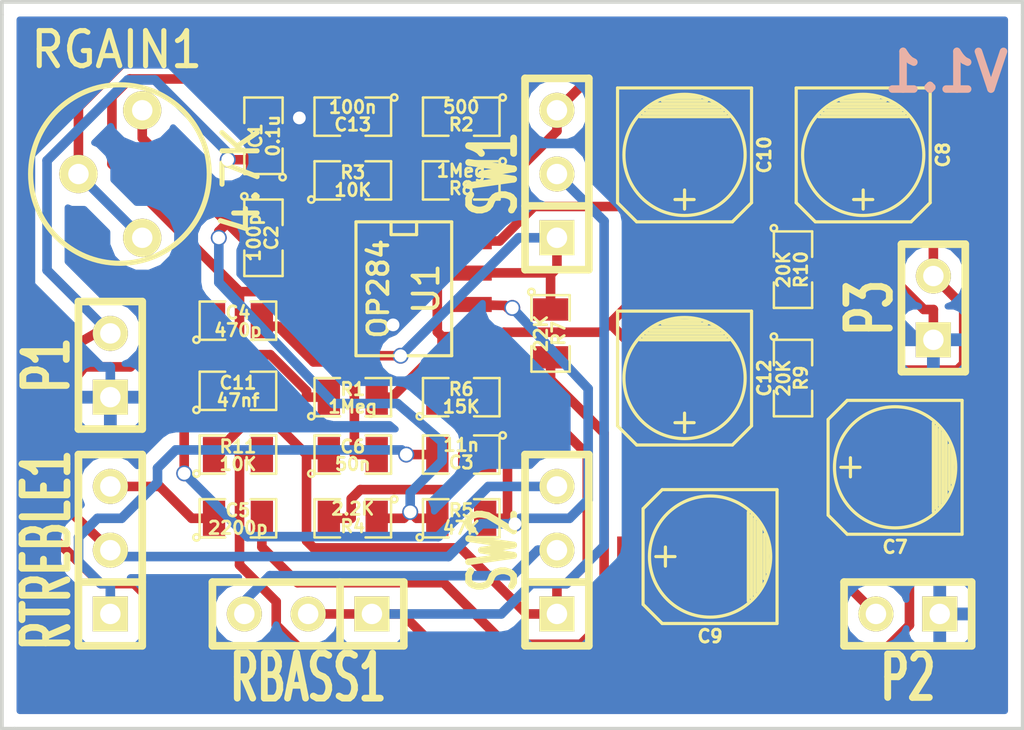
<source format=kicad_pcb>
(kicad_pcb (version 4) (host pcbnew "(2014-08-06 BZR 5059)-product")

  (general
    (links 56)
    (no_connects 0)
    (area 96.754648 82.728999 141.299001 111.835001)
    (thickness 1.6)
    (drawings 9)
    (tracks 316)
    (zones 0)
    (modules 33)
    (nets 22)
  )

  (page A3)
  (layers
    (0 F.Cu signal)
    (31 B.Cu signal)
    (32 B.Adhes user)
    (33 F.Adhes user)
    (34 B.Paste user)
    (35 F.Paste user)
    (36 B.SilkS user)
    (37 F.SilkS user)
    (38 B.Mask user)
    (39 F.Mask user)
    (40 Dwgs.User user)
    (41 Cmts.User user)
    (42 Eco1.User user)
    (43 Eco2.User user hide)
    (44 Edge.Cuts user)
  )

  (setup
    (last_trace_width 0.381)
    (trace_clearance 0.254)
    (zone_clearance 0.508)
    (zone_45_only no)
    (trace_min 0.254)
    (segment_width 0.2)
    (edge_width 0.15)
    (via_size 0.635)
    (via_drill 0.508)
    (via_min_size 0.635)
    (via_min_drill 0.381)
    (uvia_size 0.508)
    (uvia_drill 0.127)
    (uvias_allowed no)
    (uvia_min_size 0.508)
    (uvia_min_drill 0.127)
    (pcb_text_width 0.3)
    (pcb_text_size 1.5 1.5)
    (mod_edge_width 0.15)
    (mod_text_size 1.5 1.5)
    (mod_text_width 0.15)
    (pad_size 1.651 1.651)
    (pad_drill 1.016)
    (pad_to_mask_clearance 0.2)
    (aux_axis_origin 0 0)
    (visible_elements 7FFEFE7F)
    (pcbplotparams
      (layerselection 0x010f0_80000001)
      (usegerberextensions true)
      (excludeedgelayer true)
      (linewidth 0.100000)
      (plotframeref false)
      (viasonmask false)
      (mode 1)
      (useauxorigin false)
      (hpglpennumber 1)
      (hpglpenspeed 20)
      (hpglpendiameter 15)
      (hpglpenoverlay 2)
      (psnegative false)
      (psa4output false)
      (plotreference true)
      (plotvalue false)
      (plotinvisibletext false)
      (padsonsilk false)
      (subtractmaskfromsilk false)
      (outputformat 1)
      (mirror false)
      (drillshape 0)
      (scaleselection 1)
      (outputdirectory plots/))
  )

  (net 0 "")
  (net 1 +9V)
  (net 2 GND)
  (net 3 Vref)
  (net 4 "Net-(C1-Pad1)")
  (net 5 "Net-(C1-Pad2)")
  (net 6 "Net-(C2-Pad1)")
  (net 7 "Net-(C2-Pad2)")
  (net 8 "Net-(C3-Pad1)")
  (net 9 "Net-(C3-Pad2)")
  (net 10 "Net-(C4-Pad1)")
  (net 11 "Net-(C4-Pad2)")
  (net 12 "Net-(C5-Pad1)")
  (net 13 "Net-(C5-Pad2)")
  (net 14 "Net-(C6-Pad1)")
  (net 15 "Net-(C7-Pad1)")
  (net 16 "Net-(C9-Pad1)")
  (net 17 "Net-(C9-Pad2)")
  (net 18 "Net-(C11-Pad1)")
  (net 19 "Net-(C12-Pad1)")
  (net 20 "Net-(R2-Pad1)")
  (net 21 "Net-(RBASS1-Pad3)")

  (net_class Default "Ceci est la Netclass par défaut"
    (clearance 0.254)
    (trace_width 0.381)
    (via_dia 0.635)
    (via_drill 0.508)
    (uvia_dia 0.508)
    (uvia_drill 0.127)
    (add_net +9V)
    (add_net GND)
    (add_net "Net-(C1-Pad1)")
    (add_net "Net-(C1-Pad2)")
    (add_net "Net-(C11-Pad1)")
    (add_net "Net-(C12-Pad1)")
    (add_net "Net-(C2-Pad1)")
    (add_net "Net-(C2-Pad2)")
    (add_net "Net-(C3-Pad1)")
    (add_net "Net-(C3-Pad2)")
    (add_net "Net-(C4-Pad1)")
    (add_net "Net-(C4-Pad2)")
    (add_net "Net-(C5-Pad1)")
    (add_net "Net-(C5-Pad2)")
    (add_net "Net-(C6-Pad1)")
    (add_net "Net-(C7-Pad1)")
    (add_net "Net-(C9-Pad1)")
    (add_net "Net-(C9-Pad2)")
    (add_net "Net-(R2-Pad1)")
    (add_net "Net-(RBASS1-Pad3)")
    (add_net Vref)
  )

  (module libcms:SM0805 (layer F.Cu) (tedit 5091495C) (tstamp 53FA0AD5)
    (at 110.998 88.138 90)
    (path /5194A946)
    (attr smd)
    (fp_text reference C1 (at 0 -0.3175 90) (layer F.SilkS)
      (effects (font (size 0.50038 0.50038) (thickness 0.10922)))
    )
    (fp_text value 0.1u (at 0 0.381 90) (layer F.SilkS)
      (effects (font (size 0.50038 0.50038) (thickness 0.10922)))
    )
    (fp_circle (center -1.651 0.762) (end -1.651 0.635) (layer F.SilkS) (width 0.09906))
    (fp_line (start -0.508 0.762) (end -1.524 0.762) (layer F.SilkS) (width 0.09906))
    (fp_line (start -1.524 0.762) (end -1.524 -0.762) (layer F.SilkS) (width 0.09906))
    (fp_line (start -1.524 -0.762) (end -0.508 -0.762) (layer F.SilkS) (width 0.09906))
    (fp_line (start 0.508 -0.762) (end 1.524 -0.762) (layer F.SilkS) (width 0.09906))
    (fp_line (start 1.524 -0.762) (end 1.524 0.762) (layer F.SilkS) (width 0.09906))
    (fp_line (start 1.524 0.762) (end 0.508 0.762) (layer F.SilkS) (width 0.09906))
    (pad 1 smd rect (at -0.9525 0 90) (size 0.889 1.397) (layers F.Cu F.Paste F.Mask)
      (net 4 "Net-(C1-Pad1)"))
    (pad 2 smd rect (at 0.9525 0 90) (size 0.889 1.397) (layers F.Cu F.Paste F.Mask)
      (net 5 "Net-(C1-Pad2)"))
    (model smd/chip_cms.wrl
      (at (xyz 0 0 0))
      (scale (xyz 0.1 0.1 0.1))
      (rotate (xyz 0 0 0))
    )
  )

  (module libcms:SM0805 (layer F.Cu) (tedit 5091495C) (tstamp 53FA0ADA)
    (at 110.998 92.202 270)
    (path /51B1A91A)
    (attr smd)
    (fp_text reference C2 (at 0 -0.3175 270) (layer F.SilkS)
      (effects (font (size 0.50038 0.50038) (thickness 0.10922)))
    )
    (fp_text value 100p (at 0 0.381 270) (layer F.SilkS)
      (effects (font (size 0.50038 0.50038) (thickness 0.10922)))
    )
    (fp_circle (center -1.651 0.762) (end -1.651 0.635) (layer F.SilkS) (width 0.09906))
    (fp_line (start -0.508 0.762) (end -1.524 0.762) (layer F.SilkS) (width 0.09906))
    (fp_line (start -1.524 0.762) (end -1.524 -0.762) (layer F.SilkS) (width 0.09906))
    (fp_line (start -1.524 -0.762) (end -0.508 -0.762) (layer F.SilkS) (width 0.09906))
    (fp_line (start 0.508 -0.762) (end 1.524 -0.762) (layer F.SilkS) (width 0.09906))
    (fp_line (start 1.524 -0.762) (end 1.524 0.762) (layer F.SilkS) (width 0.09906))
    (fp_line (start 1.524 0.762) (end 0.508 0.762) (layer F.SilkS) (width 0.09906))
    (pad 1 smd rect (at -0.9525 0 270) (size 0.889 1.397) (layers F.Cu F.Paste F.Mask)
      (net 6 "Net-(C2-Pad1)"))
    (pad 2 smd rect (at 0.9525 0 270) (size 0.889 1.397) (layers F.Cu F.Paste F.Mask)
      (net 7 "Net-(C2-Pad2)"))
    (model smd/chip_cms.wrl
      (at (xyz 0 0 0))
      (scale (xyz 0.1 0.1 0.1))
      (rotate (xyz 0 0 0))
    )
  )

  (module libcms:SM0805 (layer F.Cu) (tedit 5091495C) (tstamp 53FA0ADF)
    (at 118.872 100.838 180)
    (path /5194A4FE)
    (attr smd)
    (fp_text reference C3 (at 0 -0.3175 180) (layer F.SilkS)
      (effects (font (size 0.50038 0.50038) (thickness 0.10922)))
    )
    (fp_text value 11n (at 0 0.381 180) (layer F.SilkS)
      (effects (font (size 0.50038 0.50038) (thickness 0.10922)))
    )
    (fp_circle (center -1.651 0.762) (end -1.651 0.635) (layer F.SilkS) (width 0.09906))
    (fp_line (start -0.508 0.762) (end -1.524 0.762) (layer F.SilkS) (width 0.09906))
    (fp_line (start -1.524 0.762) (end -1.524 -0.762) (layer F.SilkS) (width 0.09906))
    (fp_line (start -1.524 -0.762) (end -0.508 -0.762) (layer F.SilkS) (width 0.09906))
    (fp_line (start 0.508 -0.762) (end 1.524 -0.762) (layer F.SilkS) (width 0.09906))
    (fp_line (start 1.524 -0.762) (end 1.524 0.762) (layer F.SilkS) (width 0.09906))
    (fp_line (start 1.524 0.762) (end 0.508 0.762) (layer F.SilkS) (width 0.09906))
    (pad 1 smd rect (at -0.9525 0 180) (size 0.889 1.397) (layers F.Cu F.Paste F.Mask)
      (net 8 "Net-(C3-Pad1)"))
    (pad 2 smd rect (at 0.9525 0 180) (size 0.889 1.397) (layers F.Cu F.Paste F.Mask)
      (net 9 "Net-(C3-Pad2)"))
    (model smd/chip_cms.wrl
      (at (xyz 0 0 0))
      (scale (xyz 0.1 0.1 0.1))
      (rotate (xyz 0 0 0))
    )
  )

  (module libcms:SM0805 (layer F.Cu) (tedit 5091495C) (tstamp 53FA0AE4)
    (at 109.982 95.504)
    (path /5194A574)
    (attr smd)
    (fp_text reference C4 (at 0 -0.3175) (layer F.SilkS)
      (effects (font (size 0.50038 0.50038) (thickness 0.10922)))
    )
    (fp_text value 470p (at 0 0.381) (layer F.SilkS)
      (effects (font (size 0.50038 0.50038) (thickness 0.10922)))
    )
    (fp_circle (center -1.651 0.762) (end -1.651 0.635) (layer F.SilkS) (width 0.09906))
    (fp_line (start -0.508 0.762) (end -1.524 0.762) (layer F.SilkS) (width 0.09906))
    (fp_line (start -1.524 0.762) (end -1.524 -0.762) (layer F.SilkS) (width 0.09906))
    (fp_line (start -1.524 -0.762) (end -0.508 -0.762) (layer F.SilkS) (width 0.09906))
    (fp_line (start 0.508 -0.762) (end 1.524 -0.762) (layer F.SilkS) (width 0.09906))
    (fp_line (start 1.524 -0.762) (end 1.524 0.762) (layer F.SilkS) (width 0.09906))
    (fp_line (start 1.524 0.762) (end 0.508 0.762) (layer F.SilkS) (width 0.09906))
    (pad 1 smd rect (at -0.9525 0) (size 0.889 1.397) (layers F.Cu F.Paste F.Mask)
      (net 10 "Net-(C4-Pad1)"))
    (pad 2 smd rect (at 0.9525 0) (size 0.889 1.397) (layers F.Cu F.Paste F.Mask)
      (net 11 "Net-(C4-Pad2)"))
    (model smd/chip_cms.wrl
      (at (xyz 0 0 0))
      (scale (xyz 0.1 0.1 0.1))
      (rotate (xyz 0 0 0))
    )
  )

  (module libcms:SM0805 (layer F.Cu) (tedit 5091495C) (tstamp 53FA0AE9)
    (at 109.982 103.378)
    (path /5194A52D)
    (attr smd)
    (fp_text reference C5 (at 0 -0.3175) (layer F.SilkS)
      (effects (font (size 0.50038 0.50038) (thickness 0.10922)))
    )
    (fp_text value 2200p (at 0 0.381) (layer F.SilkS)
      (effects (font (size 0.50038 0.50038) (thickness 0.10922)))
    )
    (fp_circle (center -1.651 0.762) (end -1.651 0.635) (layer F.SilkS) (width 0.09906))
    (fp_line (start -0.508 0.762) (end -1.524 0.762) (layer F.SilkS) (width 0.09906))
    (fp_line (start -1.524 0.762) (end -1.524 -0.762) (layer F.SilkS) (width 0.09906))
    (fp_line (start -1.524 -0.762) (end -0.508 -0.762) (layer F.SilkS) (width 0.09906))
    (fp_line (start 0.508 -0.762) (end 1.524 -0.762) (layer F.SilkS) (width 0.09906))
    (fp_line (start 1.524 -0.762) (end 1.524 0.762) (layer F.SilkS) (width 0.09906))
    (fp_line (start 1.524 0.762) (end 0.508 0.762) (layer F.SilkS) (width 0.09906))
    (pad 1 smd rect (at -0.9525 0) (size 0.889 1.397) (layers F.Cu F.Paste F.Mask)
      (net 12 "Net-(C5-Pad1)"))
    (pad 2 smd rect (at 0.9525 0) (size 0.889 1.397) (layers F.Cu F.Paste F.Mask)
      (net 13 "Net-(C5-Pad2)"))
    (model smd/chip_cms.wrl
      (at (xyz 0 0 0))
      (scale (xyz 0.1 0.1 0.1))
      (rotate (xyz 0 0 0))
    )
  )

  (module libcms:SM0805 (layer F.Cu) (tedit 5091495C) (tstamp 53FA0AEE)
    (at 114.554 100.838)
    (path /5194A58C)
    (attr smd)
    (fp_text reference C6 (at 0 -0.3175) (layer F.SilkS)
      (effects (font (size 0.50038 0.50038) (thickness 0.10922)))
    )
    (fp_text value 50n (at 0 0.381) (layer F.SilkS)
      (effects (font (size 0.50038 0.50038) (thickness 0.10922)))
    )
    (fp_circle (center -1.651 0.762) (end -1.651 0.635) (layer F.SilkS) (width 0.09906))
    (fp_line (start -0.508 0.762) (end -1.524 0.762) (layer F.SilkS) (width 0.09906))
    (fp_line (start -1.524 0.762) (end -1.524 -0.762) (layer F.SilkS) (width 0.09906))
    (fp_line (start -1.524 -0.762) (end -0.508 -0.762) (layer F.SilkS) (width 0.09906))
    (fp_line (start 0.508 -0.762) (end 1.524 -0.762) (layer F.SilkS) (width 0.09906))
    (fp_line (start 1.524 -0.762) (end 1.524 0.762) (layer F.SilkS) (width 0.09906))
    (fp_line (start 1.524 0.762) (end 0.508 0.762) (layer F.SilkS) (width 0.09906))
    (pad 1 smd rect (at -0.9525 0) (size 0.889 1.397) (layers F.Cu F.Paste F.Mask)
      (net 14 "Net-(C6-Pad1)"))
    (pad 2 smd rect (at 0.9525 0) (size 0.889 1.397) (layers F.Cu F.Paste F.Mask)
      (net 11 "Net-(C4-Pad2)"))
    (model smd/chip_cms.wrl
      (at (xyz 0 0 0))
      (scale (xyz 0.1 0.1 0.1))
      (rotate (xyz 0 0 0))
    )
  )

  (module Capacitors_SMD:c_elec_5x5.3 (layer F.Cu) (tedit 53FA08CA) (tstamp 53FA0AF3)
    (at 136.144 101.346 180)
    (descr "SMT capacitor, aluminium electrolytic, 5x5.3")
    (path /51B1AE7D)
    (fp_text reference C7 (at 0 -3.175 180) (layer F.SilkS)
      (effects (font (size 0.50038 0.50038) (thickness 0.11938)))
    )
    (fp_text value 47uf (at 0 3.175 180) (layer F.SilkS) hide
      (effects (font (size 0.50038 0.50038) (thickness 0.11938)))
    )
    (fp_line (start -2.286 -0.635) (end -2.286 0.762) (layer F.SilkS) (width 0.127))
    (fp_line (start -2.159 -0.889) (end -2.159 0.889) (layer F.SilkS) (width 0.127))
    (fp_line (start -2.032 -1.27) (end -2.032 1.27) (layer F.SilkS) (width 0.127))
    (fp_line (start -1.905 1.397) (end -1.905 -1.397) (layer F.SilkS) (width 0.127))
    (fp_line (start -1.778 -1.524) (end -1.778 1.524) (layer F.SilkS) (width 0.127))
    (fp_line (start -1.651 1.651) (end -1.651 -1.651) (layer F.SilkS) (width 0.127))
    (fp_line (start -1.524 -1.778) (end -1.524 1.778) (layer F.SilkS) (width 0.127))
    (fp_circle (center 0 0) (end -2.413 0) (layer F.SilkS) (width 0.127))
    (fp_line (start -2.667 -2.667) (end 1.905 -2.667) (layer F.SilkS) (width 0.127))
    (fp_line (start 1.905 -2.667) (end 2.667 -1.905) (layer F.SilkS) (width 0.127))
    (fp_line (start 2.667 -1.905) (end 2.667 1.905) (layer F.SilkS) (width 0.127))
    (fp_line (start 2.667 1.905) (end 1.905 2.667) (layer F.SilkS) (width 0.127))
    (fp_line (start 1.905 2.667) (end -2.667 2.667) (layer F.SilkS) (width 0.127))
    (fp_line (start -2.667 2.667) (end -2.667 -2.667) (layer F.SilkS) (width 0.127))
    (fp_line (start 2.159 0) (end 1.397 0) (layer F.SilkS) (width 0.127))
    (fp_line (start 1.778 -0.381) (end 1.778 0.381) (layer F.SilkS) (width 0.127))
    (pad 1 smd rect (at 2.19964 0 180) (size 2.99974 1.6002) (layers F.Cu F.Paste F.Mask)
      (net 15 "Net-(C7-Pad1)"))
    (pad 2 smd rect (at -2.19964 0 180) (size 2.99974 1.6002) (layers F.Cu F.Paste F.Mask)
      (net 4 "Net-(C1-Pad1)"))
    (model smd/capacitors/c_elec_5x5_3.wrl
      (at (xyz 0 0 0))
      (scale (xyz 1 1 1))
      (rotate (xyz 0 0 0))
    )
  )

  (module Capacitors_SMD:c_elec_5x5.3 (layer F.Cu) (tedit 53FA08CA) (tstamp 53FA0AF8)
    (at 134.874 88.9 270)
    (descr "SMT capacitor, aluminium electrolytic, 5x5.3")
    (path /5194B4BA)
    (fp_text reference C8 (at 0 -3.175 270) (layer F.SilkS)
      (effects (font (size 0.50038 0.50038) (thickness 0.11938)))
    )
    (fp_text value 47uf (at 0 3.175 270) (layer F.SilkS) hide
      (effects (font (size 0.50038 0.50038) (thickness 0.11938)))
    )
    (fp_line (start -2.286 -0.635) (end -2.286 0.762) (layer F.SilkS) (width 0.127))
    (fp_line (start -2.159 -0.889) (end -2.159 0.889) (layer F.SilkS) (width 0.127))
    (fp_line (start -2.032 -1.27) (end -2.032 1.27) (layer F.SilkS) (width 0.127))
    (fp_line (start -1.905 1.397) (end -1.905 -1.397) (layer F.SilkS) (width 0.127))
    (fp_line (start -1.778 -1.524) (end -1.778 1.524) (layer F.SilkS) (width 0.127))
    (fp_line (start -1.651 1.651) (end -1.651 -1.651) (layer F.SilkS) (width 0.127))
    (fp_line (start -1.524 -1.778) (end -1.524 1.778) (layer F.SilkS) (width 0.127))
    (fp_circle (center 0 0) (end -2.413 0) (layer F.SilkS) (width 0.127))
    (fp_line (start -2.667 -2.667) (end 1.905 -2.667) (layer F.SilkS) (width 0.127))
    (fp_line (start 1.905 -2.667) (end 2.667 -1.905) (layer F.SilkS) (width 0.127))
    (fp_line (start 2.667 -1.905) (end 2.667 1.905) (layer F.SilkS) (width 0.127))
    (fp_line (start 2.667 1.905) (end 1.905 2.667) (layer F.SilkS) (width 0.127))
    (fp_line (start 1.905 2.667) (end -2.667 2.667) (layer F.SilkS) (width 0.127))
    (fp_line (start -2.667 2.667) (end -2.667 -2.667) (layer F.SilkS) (width 0.127))
    (fp_line (start 2.159 0) (end 1.397 0) (layer F.SilkS) (width 0.127))
    (fp_line (start 1.778 -0.381) (end 1.778 0.381) (layer F.SilkS) (width 0.127))
    (pad 1 smd rect (at 2.19964 0 270) (size 2.99974 1.6002) (layers F.Cu F.Paste F.Mask)
      (net 3 Vref))
    (pad 2 smd rect (at -2.19964 0 270) (size 2.99974 1.6002) (layers F.Cu F.Paste F.Mask)
      (net 2 GND))
    (model smd/capacitors/c_elec_5x5_3.wrl
      (at (xyz 0 0 0))
      (scale (xyz 1 1 1))
      (rotate (xyz 0 0 0))
    )
  )

  (module Capacitors_SMD:c_elec_5x5.3 (layer F.Cu) (tedit 53FA08CA) (tstamp 53FA0AFD)
    (at 128.778 104.902 180)
    (descr "SMT capacitor, aluminium electrolytic, 5x5.3")
    (path /5194ADAA)
    (fp_text reference C9 (at 0 -3.175 180) (layer F.SilkS)
      (effects (font (size 0.50038 0.50038) (thickness 0.11938)))
    )
    (fp_text value 47uf (at 0 3.175 180) (layer F.SilkS) hide
      (effects (font (size 0.50038 0.50038) (thickness 0.11938)))
    )
    (fp_line (start -2.286 -0.635) (end -2.286 0.762) (layer F.SilkS) (width 0.127))
    (fp_line (start -2.159 -0.889) (end -2.159 0.889) (layer F.SilkS) (width 0.127))
    (fp_line (start -2.032 -1.27) (end -2.032 1.27) (layer F.SilkS) (width 0.127))
    (fp_line (start -1.905 1.397) (end -1.905 -1.397) (layer F.SilkS) (width 0.127))
    (fp_line (start -1.778 -1.524) (end -1.778 1.524) (layer F.SilkS) (width 0.127))
    (fp_line (start -1.651 1.651) (end -1.651 -1.651) (layer F.SilkS) (width 0.127))
    (fp_line (start -1.524 -1.778) (end -1.524 1.778) (layer F.SilkS) (width 0.127))
    (fp_circle (center 0 0) (end -2.413 0) (layer F.SilkS) (width 0.127))
    (fp_line (start -2.667 -2.667) (end 1.905 -2.667) (layer F.SilkS) (width 0.127))
    (fp_line (start 1.905 -2.667) (end 2.667 -1.905) (layer F.SilkS) (width 0.127))
    (fp_line (start 2.667 -1.905) (end 2.667 1.905) (layer F.SilkS) (width 0.127))
    (fp_line (start 2.667 1.905) (end 1.905 2.667) (layer F.SilkS) (width 0.127))
    (fp_line (start 1.905 2.667) (end -2.667 2.667) (layer F.SilkS) (width 0.127))
    (fp_line (start -2.667 2.667) (end -2.667 -2.667) (layer F.SilkS) (width 0.127))
    (fp_line (start 2.159 0) (end 1.397 0) (layer F.SilkS) (width 0.127))
    (fp_line (start 1.778 -0.381) (end 1.778 0.381) (layer F.SilkS) (width 0.127))
    (pad 1 smd rect (at 2.19964 0 180) (size 2.99974 1.6002) (layers F.Cu F.Paste F.Mask)
      (net 16 "Net-(C9-Pad1)"))
    (pad 2 smd rect (at -2.19964 0 180) (size 2.99974 1.6002) (layers F.Cu F.Paste F.Mask)
      (net 17 "Net-(C9-Pad2)"))
    (model smd/capacitors/c_elec_5x5_3.wrl
      (at (xyz 0 0 0))
      (scale (xyz 1 1 1))
      (rotate (xyz 0 0 0))
    )
  )

  (module Capacitors_SMD:c_elec_5x5.3 (layer F.Cu) (tedit 53FA08CA) (tstamp 53FA0B02)
    (at 127.762 88.9 270)
    (descr "SMT capacitor, aluminium electrolytic, 5x5.3")
    (path /5194B4C5)
    (fp_text reference C10 (at 0 -3.175 270) (layer F.SilkS)
      (effects (font (size 0.50038 0.50038) (thickness 0.11938)))
    )
    (fp_text value 47uf (at 0 3.175 270) (layer F.SilkS) hide
      (effects (font (size 0.50038 0.50038) (thickness 0.11938)))
    )
    (fp_line (start -2.286 -0.635) (end -2.286 0.762) (layer F.SilkS) (width 0.127))
    (fp_line (start -2.159 -0.889) (end -2.159 0.889) (layer F.SilkS) (width 0.127))
    (fp_line (start -2.032 -1.27) (end -2.032 1.27) (layer F.SilkS) (width 0.127))
    (fp_line (start -1.905 1.397) (end -1.905 -1.397) (layer F.SilkS) (width 0.127))
    (fp_line (start -1.778 -1.524) (end -1.778 1.524) (layer F.SilkS) (width 0.127))
    (fp_line (start -1.651 1.651) (end -1.651 -1.651) (layer F.SilkS) (width 0.127))
    (fp_line (start -1.524 -1.778) (end -1.524 1.778) (layer F.SilkS) (width 0.127))
    (fp_circle (center 0 0) (end -2.413 0) (layer F.SilkS) (width 0.127))
    (fp_line (start -2.667 -2.667) (end 1.905 -2.667) (layer F.SilkS) (width 0.127))
    (fp_line (start 1.905 -2.667) (end 2.667 -1.905) (layer F.SilkS) (width 0.127))
    (fp_line (start 2.667 -1.905) (end 2.667 1.905) (layer F.SilkS) (width 0.127))
    (fp_line (start 2.667 1.905) (end 1.905 2.667) (layer F.SilkS) (width 0.127))
    (fp_line (start 1.905 2.667) (end -2.667 2.667) (layer F.SilkS) (width 0.127))
    (fp_line (start -2.667 2.667) (end -2.667 -2.667) (layer F.SilkS) (width 0.127))
    (fp_line (start 2.159 0) (end 1.397 0) (layer F.SilkS) (width 0.127))
    (fp_line (start 1.778 -0.381) (end 1.778 0.381) (layer F.SilkS) (width 0.127))
    (pad 1 smd rect (at 2.19964 0 270) (size 2.99974 1.6002) (layers F.Cu F.Paste F.Mask)
      (net 1 +9V))
    (pad 2 smd rect (at -2.19964 0 270) (size 2.99974 1.6002) (layers F.Cu F.Paste F.Mask)
      (net 2 GND))
    (model smd/capacitors/c_elec_5x5_3.wrl
      (at (xyz 0 0 0))
      (scale (xyz 1 1 1))
      (rotate (xyz 0 0 0))
    )
  )

  (module libcms:SM0805 (layer F.Cu) (tedit 5091495C) (tstamp 53FA0B07)
    (at 109.982 98.298)
    (path /5194AE09)
    (attr smd)
    (fp_text reference C11 (at 0 -0.3175) (layer F.SilkS)
      (effects (font (size 0.50038 0.50038) (thickness 0.10922)))
    )
    (fp_text value 47nf (at 0 0.381) (layer F.SilkS)
      (effects (font (size 0.50038 0.50038) (thickness 0.10922)))
    )
    (fp_circle (center -1.651 0.762) (end -1.651 0.635) (layer F.SilkS) (width 0.09906))
    (fp_line (start -0.508 0.762) (end -1.524 0.762) (layer F.SilkS) (width 0.09906))
    (fp_line (start -1.524 0.762) (end -1.524 -0.762) (layer F.SilkS) (width 0.09906))
    (fp_line (start -1.524 -0.762) (end -0.508 -0.762) (layer F.SilkS) (width 0.09906))
    (fp_line (start 0.508 -0.762) (end 1.524 -0.762) (layer F.SilkS) (width 0.09906))
    (fp_line (start 1.524 -0.762) (end 1.524 0.762) (layer F.SilkS) (width 0.09906))
    (fp_line (start 1.524 0.762) (end 0.508 0.762) (layer F.SilkS) (width 0.09906))
    (pad 1 smd rect (at -0.9525 0) (size 0.889 1.397) (layers F.Cu F.Paste F.Mask)
      (net 18 "Net-(C11-Pad1)"))
    (pad 2 smd rect (at 0.9525 0) (size 0.889 1.397) (layers F.Cu F.Paste F.Mask)
      (net 2 GND))
    (model smd/chip_cms.wrl
      (at (xyz 0 0 0))
      (scale (xyz 0.1 0.1 0.1))
      (rotate (xyz 0 0 0))
    )
  )

  (module Capacitors_SMD:c_elec_5x5.3 (layer F.Cu) (tedit 53FA08CA) (tstamp 53FA0B0C)
    (at 127.762 97.79 270)
    (descr "SMT capacitor, aluminium electrolytic, 5x5.3")
    (path /5194AE1B)
    (fp_text reference C12 (at 0 -3.175 270) (layer F.SilkS)
      (effects (font (size 0.50038 0.50038) (thickness 0.11938)))
    )
    (fp_text value 47uF (at 0 3.175 270) (layer F.SilkS) hide
      (effects (font (size 0.50038 0.50038) (thickness 0.11938)))
    )
    (fp_line (start -2.286 -0.635) (end -2.286 0.762) (layer F.SilkS) (width 0.127))
    (fp_line (start -2.159 -0.889) (end -2.159 0.889) (layer F.SilkS) (width 0.127))
    (fp_line (start -2.032 -1.27) (end -2.032 1.27) (layer F.SilkS) (width 0.127))
    (fp_line (start -1.905 1.397) (end -1.905 -1.397) (layer F.SilkS) (width 0.127))
    (fp_line (start -1.778 -1.524) (end -1.778 1.524) (layer F.SilkS) (width 0.127))
    (fp_line (start -1.651 1.651) (end -1.651 -1.651) (layer F.SilkS) (width 0.127))
    (fp_line (start -1.524 -1.778) (end -1.524 1.778) (layer F.SilkS) (width 0.127))
    (fp_circle (center 0 0) (end -2.413 0) (layer F.SilkS) (width 0.127))
    (fp_line (start -2.667 -2.667) (end 1.905 -2.667) (layer F.SilkS) (width 0.127))
    (fp_line (start 1.905 -2.667) (end 2.667 -1.905) (layer F.SilkS) (width 0.127))
    (fp_line (start 2.667 -1.905) (end 2.667 1.905) (layer F.SilkS) (width 0.127))
    (fp_line (start 2.667 1.905) (end 1.905 2.667) (layer F.SilkS) (width 0.127))
    (fp_line (start 1.905 2.667) (end -2.667 2.667) (layer F.SilkS) (width 0.127))
    (fp_line (start -2.667 2.667) (end -2.667 -2.667) (layer F.SilkS) (width 0.127))
    (fp_line (start 2.159 0) (end 1.397 0) (layer F.SilkS) (width 0.127))
    (fp_line (start 1.778 -0.381) (end 1.778 0.381) (layer F.SilkS) (width 0.127))
    (pad 1 smd rect (at 2.19964 0 270) (size 2.99974 1.6002) (layers F.Cu F.Paste F.Mask)
      (net 19 "Net-(C12-Pad1)"))
    (pad 2 smd rect (at -2.19964 0 270) (size 2.99974 1.6002) (layers F.Cu F.Paste F.Mask)
      (net 2 GND))
    (model smd/capacitors/c_elec_5x5_3.wrl
      (at (xyz 0 0 0))
      (scale (xyz 1 1 1))
      (rotate (xyz 0 0 0))
    )
  )

  (module libcms:SM0805 (layer F.Cu) (tedit 5091495C) (tstamp 53FA0B11)
    (at 114.554 87.376 180)
    (path /535640CD)
    (attr smd)
    (fp_text reference C13 (at 0 -0.3175 180) (layer F.SilkS)
      (effects (font (size 0.50038 0.50038) (thickness 0.10922)))
    )
    (fp_text value 100n (at 0 0.381 180) (layer F.SilkS)
      (effects (font (size 0.50038 0.50038) (thickness 0.10922)))
    )
    (fp_circle (center -1.651 0.762) (end -1.651 0.635) (layer F.SilkS) (width 0.09906))
    (fp_line (start -0.508 0.762) (end -1.524 0.762) (layer F.SilkS) (width 0.09906))
    (fp_line (start -1.524 0.762) (end -1.524 -0.762) (layer F.SilkS) (width 0.09906))
    (fp_line (start -1.524 -0.762) (end -0.508 -0.762) (layer F.SilkS) (width 0.09906))
    (fp_line (start 0.508 -0.762) (end 1.524 -0.762) (layer F.SilkS) (width 0.09906))
    (fp_line (start 1.524 -0.762) (end 1.524 0.762) (layer F.SilkS) (width 0.09906))
    (fp_line (start 1.524 0.762) (end 0.508 0.762) (layer F.SilkS) (width 0.09906))
    (pad 1 smd rect (at -0.9525 0 180) (size 0.889 1.397) (layers F.Cu F.Paste F.Mask)
      (net 1 +9V))
    (pad 2 smd rect (at 0.9525 0 180) (size 0.889 1.397) (layers F.Cu F.Paste F.Mask)
      (net 2 GND))
    (model smd/chip_cms.wrl
      (at (xyz 0 0 0))
      (scale (xyz 0.1 0.1 0.1))
      (rotate (xyz 0 0 0))
    )
  )

  (module Connect:SIL-2 (layer F.Cu) (tedit 53FA08CA) (tstamp 53FA0B16)
    (at 104.902 97.282 90)
    (descr "Connecteurs 2 pins")
    (tags "CONN DEV")
    (path /5194CFD4)
    (fp_text reference P1 (at 0 -2.54 90) (layer F.SilkS)
      (effects (font (size 1.72974 1.08712) (thickness 0.3048)))
    )
    (fp_text value CONN_2 (at 0 -2.54 90) (layer F.SilkS) hide
      (effects (font (size 1.524 1.016) (thickness 0.3048)))
    )
    (fp_line (start -2.54 1.27) (end -2.54 -1.27) (layer F.SilkS) (width 0.3048))
    (fp_line (start -2.54 -1.27) (end 2.54 -1.27) (layer F.SilkS) (width 0.3048))
    (fp_line (start 2.54 -1.27) (end 2.54 1.27) (layer F.SilkS) (width 0.3048))
    (fp_line (start 2.54 1.27) (end -2.54 1.27) (layer F.SilkS) (width 0.3048))
    (pad 1 thru_hole rect (at -1.27 0 90) (size 1.397 1.397) (drill 0.8128) (layers *.Cu *.Mask F.SilkS)
      (net 2 GND))
    (pad 2 thru_hole circle (at 1.27 0 90) (size 1.397 1.397) (drill 0.8128) (layers *.Cu *.Mask F.SilkS)
      (net 4 "Net-(C1-Pad1)"))
  )

  (module Connect:SIL-2 (layer F.Cu) (tedit 53FA08CA) (tstamp 53FA0B1B)
    (at 136.652 107.188 180)
    (descr "Connecteurs 2 pins")
    (tags "CONN DEV")
    (path /5194D020)
    (fp_text reference P2 (at 0 -2.54 180) (layer F.SilkS)
      (effects (font (size 1.72974 1.08712) (thickness 0.3048)))
    )
    (fp_text value CONN_2 (at 0 -2.54 180) (layer F.SilkS) hide
      (effects (font (size 1.524 1.016) (thickness 0.3048)))
    )
    (fp_line (start -2.54 1.27) (end -2.54 -1.27) (layer F.SilkS) (width 0.3048))
    (fp_line (start -2.54 -1.27) (end 2.54 -1.27) (layer F.SilkS) (width 0.3048))
    (fp_line (start 2.54 -1.27) (end 2.54 1.27) (layer F.SilkS) (width 0.3048))
    (fp_line (start 2.54 1.27) (end -2.54 1.27) (layer F.SilkS) (width 0.3048))
    (pad 1 thru_hole rect (at -1.27 0 180) (size 1.397 1.397) (drill 0.8128) (layers *.Cu *.Mask F.SilkS)
      (net 2 GND))
    (pad 2 thru_hole circle (at 1.27 0 180) (size 1.397 1.397) (drill 0.8128) (layers *.Cu *.Mask F.SilkS)
      (net 17 "Net-(C9-Pad2)"))
  )

  (module Connect:SIL-2 (layer F.Cu) (tedit 53FA08CA) (tstamp 53FA0B20)
    (at 137.668 94.996 90)
    (descr "Connecteurs 2 pins")
    (tags "CONN DEV")
    (path /51B1AC68)
    (fp_text reference P3 (at 0 -2.54 90) (layer F.SilkS)
      (effects (font (size 1.72974 1.08712) (thickness 0.3048)))
    )
    (fp_text value CONN_2 (at 0 -2.54 90) (layer F.SilkS) hide
      (effects (font (size 1.524 1.016) (thickness 0.3048)))
    )
    (fp_line (start -2.54 1.27) (end -2.54 -1.27) (layer F.SilkS) (width 0.3048))
    (fp_line (start -2.54 -1.27) (end 2.54 -1.27) (layer F.SilkS) (width 0.3048))
    (fp_line (start 2.54 -1.27) (end 2.54 1.27) (layer F.SilkS) (width 0.3048))
    (fp_line (start 2.54 1.27) (end -2.54 1.27) (layer F.SilkS) (width 0.3048))
    (pad 1 thru_hole rect (at -1.27 0 90) (size 1.397 1.397) (drill 0.8128) (layers *.Cu *.Mask F.SilkS)
      (net 2 GND))
    (pad 2 thru_hole circle (at 1.27 0 90) (size 1.397 1.397) (drill 0.8128) (layers *.Cu *.Mask F.SilkS)
      (net 1 +9V))
  )

  (module libcms:SM0805 (layer F.Cu) (tedit 5091495C) (tstamp 53FA0B25)
    (at 114.554 98.552)
    (path /51B1A73D)
    (attr smd)
    (fp_text reference R1 (at 0 -0.3175) (layer F.SilkS)
      (effects (font (size 0.50038 0.50038) (thickness 0.10922)))
    )
    (fp_text value 1Meg (at 0 0.381) (layer F.SilkS)
      (effects (font (size 0.50038 0.50038) (thickness 0.10922)))
    )
    (fp_circle (center -1.651 0.762) (end -1.651 0.635) (layer F.SilkS) (width 0.09906))
    (fp_line (start -0.508 0.762) (end -1.524 0.762) (layer F.SilkS) (width 0.09906))
    (fp_line (start -1.524 0.762) (end -1.524 -0.762) (layer F.SilkS) (width 0.09906))
    (fp_line (start -1.524 -0.762) (end -0.508 -0.762) (layer F.SilkS) (width 0.09906))
    (fp_line (start 0.508 -0.762) (end 1.524 -0.762) (layer F.SilkS) (width 0.09906))
    (fp_line (start 1.524 -0.762) (end 1.524 0.762) (layer F.SilkS) (width 0.09906))
    (fp_line (start 1.524 0.762) (end 0.508 0.762) (layer F.SilkS) (width 0.09906))
    (pad 1 smd rect (at -0.9525 0) (size 0.889 1.397) (layers F.Cu F.Paste F.Mask)
      (net 5 "Net-(C1-Pad2)"))
    (pad 2 smd rect (at 0.9525 0) (size 0.889 1.397) (layers F.Cu F.Paste F.Mask)
      (net 3 Vref))
    (model smd/chip_cms.wrl
      (at (xyz 0 0 0))
      (scale (xyz 0.1 0.1 0.1))
      (rotate (xyz 0 0 0))
    )
  )

  (module libcms:SM0805 (layer F.Cu) (tedit 5091495C) (tstamp 53FA0B2A)
    (at 118.872 87.376 180)
    (path /51B1A765)
    (attr smd)
    (fp_text reference R2 (at 0 -0.3175 180) (layer F.SilkS)
      (effects (font (size 0.50038 0.50038) (thickness 0.10922)))
    )
    (fp_text value 500 (at 0 0.381 180) (layer F.SilkS)
      (effects (font (size 0.50038 0.50038) (thickness 0.10922)))
    )
    (fp_circle (center -1.651 0.762) (end -1.651 0.635) (layer F.SilkS) (width 0.09906))
    (fp_line (start -0.508 0.762) (end -1.524 0.762) (layer F.SilkS) (width 0.09906))
    (fp_line (start -1.524 0.762) (end -1.524 -0.762) (layer F.SilkS) (width 0.09906))
    (fp_line (start -1.524 -0.762) (end -0.508 -0.762) (layer F.SilkS) (width 0.09906))
    (fp_line (start 0.508 -0.762) (end 1.524 -0.762) (layer F.SilkS) (width 0.09906))
    (fp_line (start 1.524 -0.762) (end 1.524 0.762) (layer F.SilkS) (width 0.09906))
    (fp_line (start 1.524 0.762) (end 0.508 0.762) (layer F.SilkS) (width 0.09906))
    (pad 1 smd rect (at -0.9525 0 180) (size 0.889 1.397) (layers F.Cu F.Paste F.Mask)
      (net 20 "Net-(R2-Pad1)"))
    (pad 2 smd rect (at 0.9525 0 180) (size 0.889 1.397) (layers F.Cu F.Paste F.Mask)
      (net 6 "Net-(C2-Pad1)"))
    (model smd/chip_cms.wrl
      (at (xyz 0 0 0))
      (scale (xyz 0.1 0.1 0.1))
      (rotate (xyz 0 0 0))
    )
  )

  (module libcms:SM0805 (layer F.Cu) (tedit 5091495C) (tstamp 53FA0B2F)
    (at 114.554 89.916)
    (path /51B1A74C)
    (attr smd)
    (fp_text reference R3 (at 0 -0.3175) (layer F.SilkS)
      (effects (font (size 0.50038 0.50038) (thickness 0.10922)))
    )
    (fp_text value 10K (at 0 0.381) (layer F.SilkS)
      (effects (font (size 0.50038 0.50038) (thickness 0.10922)))
    )
    (fp_circle (center -1.651 0.762) (end -1.651 0.635) (layer F.SilkS) (width 0.09906))
    (fp_line (start -0.508 0.762) (end -1.524 0.762) (layer F.SilkS) (width 0.09906))
    (fp_line (start -1.524 0.762) (end -1.524 -0.762) (layer F.SilkS) (width 0.09906))
    (fp_line (start -1.524 -0.762) (end -0.508 -0.762) (layer F.SilkS) (width 0.09906))
    (fp_line (start 0.508 -0.762) (end 1.524 -0.762) (layer F.SilkS) (width 0.09906))
    (fp_line (start 1.524 -0.762) (end 1.524 0.762) (layer F.SilkS) (width 0.09906))
    (fp_line (start 1.524 0.762) (end 0.508 0.762) (layer F.SilkS) (width 0.09906))
    (pad 1 smd rect (at -0.9525 0) (size 0.889 1.397) (layers F.Cu F.Paste F.Mask)
      (net 6 "Net-(C2-Pad1)"))
    (pad 2 smd rect (at 0.9525 0) (size 0.889 1.397) (layers F.Cu F.Paste F.Mask)
      (net 3 Vref))
    (model smd/chip_cms.wrl
      (at (xyz 0 0 0))
      (scale (xyz 0.1 0.1 0.1))
      (rotate (xyz 0 0 0))
    )
  )

  (module libcms:SM0805 (layer F.Cu) (tedit 5091495C) (tstamp 53FA0B34)
    (at 114.554 103.378 180)
    (path /53563E77)
    (attr smd)
    (fp_text reference R4 (at 0 -0.3175 180) (layer F.SilkS)
      (effects (font (size 0.50038 0.50038) (thickness 0.10922)))
    )
    (fp_text value 2.2K (at 0 0.381 180) (layer F.SilkS)
      (effects (font (size 0.50038 0.50038) (thickness 0.10922)))
    )
    (fp_circle (center -1.651 0.762) (end -1.651 0.635) (layer F.SilkS) (width 0.09906))
    (fp_line (start -0.508 0.762) (end -1.524 0.762) (layer F.SilkS) (width 0.09906))
    (fp_line (start -1.524 0.762) (end -1.524 -0.762) (layer F.SilkS) (width 0.09906))
    (fp_line (start -1.524 -0.762) (end -0.508 -0.762) (layer F.SilkS) (width 0.09906))
    (fp_line (start 0.508 -0.762) (end 1.524 -0.762) (layer F.SilkS) (width 0.09906))
    (fp_line (start 1.524 -0.762) (end 1.524 0.762) (layer F.SilkS) (width 0.09906))
    (fp_line (start 1.524 0.762) (end 0.508 0.762) (layer F.SilkS) (width 0.09906))
    (pad 1 smd rect (at -0.9525 0 180) (size 0.889 1.397) (layers F.Cu F.Paste F.Mask)
      (net 7 "Net-(C2-Pad2)"))
    (pad 2 smd rect (at 0.9525 0 180) (size 0.889 1.397) (layers F.Cu F.Paste F.Mask)
      (net 8 "Net-(C3-Pad1)"))
    (model smd/chip_cms.wrl
      (at (xyz 0 0 0))
      (scale (xyz 0.1 0.1 0.1))
      (rotate (xyz 0 0 0))
    )
  )

  (module libcms:SM0805 (layer F.Cu) (tedit 5091495C) (tstamp 53FA0B39)
    (at 118.872 103.378)
    (path /5194A4D6)
    (attr smd)
    (fp_text reference R5 (at 0 -0.3175) (layer F.SilkS)
      (effects (font (size 0.50038 0.50038) (thickness 0.10922)))
    )
    (fp_text value 47K (at 0 0.381) (layer F.SilkS)
      (effects (font (size 0.50038 0.50038) (thickness 0.10922)))
    )
    (fp_circle (center -1.651 0.762) (end -1.651 0.635) (layer F.SilkS) (width 0.09906))
    (fp_line (start -0.508 0.762) (end -1.524 0.762) (layer F.SilkS) (width 0.09906))
    (fp_line (start -1.524 0.762) (end -1.524 -0.762) (layer F.SilkS) (width 0.09906))
    (fp_line (start -1.524 -0.762) (end -0.508 -0.762) (layer F.SilkS) (width 0.09906))
    (fp_line (start 0.508 -0.762) (end 1.524 -0.762) (layer F.SilkS) (width 0.09906))
    (fp_line (start 1.524 -0.762) (end 1.524 0.762) (layer F.SilkS) (width 0.09906))
    (fp_line (start 1.524 0.762) (end 0.508 0.762) (layer F.SilkS) (width 0.09906))
    (pad 1 smd rect (at -0.9525 0) (size 0.889 1.397) (layers F.Cu F.Paste F.Mask)
      (net 7 "Net-(C2-Pad2)"))
    (pad 2 smd rect (at 0.9525 0) (size 0.889 1.397) (layers F.Cu F.Paste F.Mask)
      (net 10 "Net-(C4-Pad1)"))
    (model smd/chip_cms.wrl
      (at (xyz 0 0 0))
      (scale (xyz 0.1 0.1 0.1))
      (rotate (xyz 0 0 0))
    )
  )

  (module libcms:SM0805 (layer F.Cu) (tedit 5091495C) (tstamp 53FA0B3E)
    (at 118.872 98.552)
    (path /5194A4EE)
    (attr smd)
    (fp_text reference R6 (at 0 -0.3175) (layer F.SilkS)
      (effects (font (size 0.50038 0.50038) (thickness 0.10922)))
    )
    (fp_text value 15K (at 0 0.381) (layer F.SilkS)
      (effects (font (size 0.50038 0.50038) (thickness 0.10922)))
    )
    (fp_circle (center -1.651 0.762) (end -1.651 0.635) (layer F.SilkS) (width 0.09906))
    (fp_line (start -0.508 0.762) (end -1.524 0.762) (layer F.SilkS) (width 0.09906))
    (fp_line (start -1.524 0.762) (end -1.524 -0.762) (layer F.SilkS) (width 0.09906))
    (fp_line (start -1.524 -0.762) (end -0.508 -0.762) (layer F.SilkS) (width 0.09906))
    (fp_line (start 0.508 -0.762) (end 1.524 -0.762) (layer F.SilkS) (width 0.09906))
    (fp_line (start 1.524 -0.762) (end 1.524 0.762) (layer F.SilkS) (width 0.09906))
    (fp_line (start 1.524 0.762) (end 0.508 0.762) (layer F.SilkS) (width 0.09906))
    (pad 1 smd rect (at -0.9525 0) (size 0.889 1.397) (layers F.Cu F.Paste F.Mask)
      (net 14 "Net-(C6-Pad1)"))
    (pad 2 smd rect (at 0.9525 0) (size 0.889 1.397) (layers F.Cu F.Paste F.Mask)
      (net 10 "Net-(C4-Pad1)"))
    (model smd/chip_cms.wrl
      (at (xyz 0 0 0))
      (scale (xyz 0.1 0.1 0.1))
      (rotate (xyz 0 0 0))
    )
  )

  (module libcms:SM0805 (layer F.Cu) (tedit 5091495C) (tstamp 53FA0B43)
    (at 122.428 96.012 270)
    (path /53563E86)
    (attr smd)
    (fp_text reference R7 (at 0 -0.3175 270) (layer F.SilkS)
      (effects (font (size 0.50038 0.50038) (thickness 0.10922)))
    )
    (fp_text value 22K (at 0 0.381 270) (layer F.SilkS)
      (effects (font (size 0.50038 0.50038) (thickness 0.10922)))
    )
    (fp_circle (center -1.651 0.762) (end -1.651 0.635) (layer F.SilkS) (width 0.09906))
    (fp_line (start -0.508 0.762) (end -1.524 0.762) (layer F.SilkS) (width 0.09906))
    (fp_line (start -1.524 0.762) (end -1.524 -0.762) (layer F.SilkS) (width 0.09906))
    (fp_line (start -1.524 -0.762) (end -0.508 -0.762) (layer F.SilkS) (width 0.09906))
    (fp_line (start 0.508 -0.762) (end 1.524 -0.762) (layer F.SilkS) (width 0.09906))
    (fp_line (start 1.524 -0.762) (end 1.524 0.762) (layer F.SilkS) (width 0.09906))
    (fp_line (start 1.524 0.762) (end 0.508 0.762) (layer F.SilkS) (width 0.09906))
    (pad 1 smd rect (at -0.9525 0 270) (size 0.889 1.397) (layers F.Cu F.Paste F.Mask)
      (net 11 "Net-(C4-Pad2)"))
    (pad 2 smd rect (at 0.9525 0 270) (size 0.889 1.397) (layers F.Cu F.Paste F.Mask)
      (net 13 "Net-(C5-Pad2)"))
    (model smd/chip_cms.wrl
      (at (xyz 0 0 0))
      (scale (xyz 0.1 0.1 0.1))
      (rotate (xyz 0 0 0))
    )
  )

  (module libcms:SM0805 (layer F.Cu) (tedit 5091495C) (tstamp 53FA0B48)
    (at 118.872 89.916 180)
    (path /51B1AF4B)
    (attr smd)
    (fp_text reference R8 (at 0 -0.3175 180) (layer F.SilkS)
      (effects (font (size 0.50038 0.50038) (thickness 0.10922)))
    )
    (fp_text value 1Meg (at 0 0.381 180) (layer F.SilkS)
      (effects (font (size 0.50038 0.50038) (thickness 0.10922)))
    )
    (fp_circle (center -1.651 0.762) (end -1.651 0.635) (layer F.SilkS) (width 0.09906))
    (fp_line (start -0.508 0.762) (end -1.524 0.762) (layer F.SilkS) (width 0.09906))
    (fp_line (start -1.524 0.762) (end -1.524 -0.762) (layer F.SilkS) (width 0.09906))
    (fp_line (start -1.524 -0.762) (end -0.508 -0.762) (layer F.SilkS) (width 0.09906))
    (fp_line (start 0.508 -0.762) (end 1.524 -0.762) (layer F.SilkS) (width 0.09906))
    (fp_line (start 1.524 -0.762) (end 1.524 0.762) (layer F.SilkS) (width 0.09906))
    (fp_line (start 1.524 0.762) (end 0.508 0.762) (layer F.SilkS) (width 0.09906))
    (pad 1 smd rect (at -0.9525 0 180) (size 0.889 1.397) (layers F.Cu F.Paste F.Mask)
      (net 15 "Net-(C7-Pad1)"))
    (pad 2 smd rect (at 0.9525 0 180) (size 0.889 1.397) (layers F.Cu F.Paste F.Mask)
      (net 3 Vref))
    (model smd/chip_cms.wrl
      (at (xyz 0 0 0))
      (scale (xyz 0.1 0.1 0.1))
      (rotate (xyz 0 0 0))
    )
  )

  (module libcms:SM0805 (layer F.Cu) (tedit 5091495C) (tstamp 53FA0B4D)
    (at 132.08 97.79 270)
    (path /5194B4AA)
    (attr smd)
    (fp_text reference R9 (at 0 -0.3175 270) (layer F.SilkS)
      (effects (font (size 0.50038 0.50038) (thickness 0.10922)))
    )
    (fp_text value 20K (at 0 0.381 270) (layer F.SilkS)
      (effects (font (size 0.50038 0.50038) (thickness 0.10922)))
    )
    (fp_circle (center -1.651 0.762) (end -1.651 0.635) (layer F.SilkS) (width 0.09906))
    (fp_line (start -0.508 0.762) (end -1.524 0.762) (layer F.SilkS) (width 0.09906))
    (fp_line (start -1.524 0.762) (end -1.524 -0.762) (layer F.SilkS) (width 0.09906))
    (fp_line (start -1.524 -0.762) (end -0.508 -0.762) (layer F.SilkS) (width 0.09906))
    (fp_line (start 0.508 -0.762) (end 1.524 -0.762) (layer F.SilkS) (width 0.09906))
    (fp_line (start 1.524 -0.762) (end 1.524 0.762) (layer F.SilkS) (width 0.09906))
    (fp_line (start 1.524 0.762) (end 0.508 0.762) (layer F.SilkS) (width 0.09906))
    (pad 1 smd rect (at -0.9525 0 270) (size 0.889 1.397) (layers F.Cu F.Paste F.Mask)
      (net 1 +9V))
    (pad 2 smd rect (at 0.9525 0 270) (size 0.889 1.397) (layers F.Cu F.Paste F.Mask)
      (net 3 Vref))
    (model smd/chip_cms.wrl
      (at (xyz 0 0 0))
      (scale (xyz 0.1 0.1 0.1))
      (rotate (xyz 0 0 0))
    )
  )

  (module libcms:SM0805 (layer F.Cu) (tedit 5091495C) (tstamp 53FA0B52)
    (at 132.08 93.472 270)
    (path /5194B4B0)
    (attr smd)
    (fp_text reference R10 (at 0 -0.3175 270) (layer F.SilkS)
      (effects (font (size 0.50038 0.50038) (thickness 0.10922)))
    )
    (fp_text value 20K (at 0 0.381 270) (layer F.SilkS)
      (effects (font (size 0.50038 0.50038) (thickness 0.10922)))
    )
    (fp_circle (center -1.651 0.762) (end -1.651 0.635) (layer F.SilkS) (width 0.09906))
    (fp_line (start -0.508 0.762) (end -1.524 0.762) (layer F.SilkS) (width 0.09906))
    (fp_line (start -1.524 0.762) (end -1.524 -0.762) (layer F.SilkS) (width 0.09906))
    (fp_line (start -1.524 -0.762) (end -0.508 -0.762) (layer F.SilkS) (width 0.09906))
    (fp_line (start 0.508 -0.762) (end 1.524 -0.762) (layer F.SilkS) (width 0.09906))
    (fp_line (start 1.524 -0.762) (end 1.524 0.762) (layer F.SilkS) (width 0.09906))
    (fp_line (start 1.524 0.762) (end 0.508 0.762) (layer F.SilkS) (width 0.09906))
    (pad 1 smd rect (at -0.9525 0 270) (size 0.889 1.397) (layers F.Cu F.Paste F.Mask)
      (net 3 Vref))
    (pad 2 smd rect (at 0.9525 0 270) (size 0.889 1.397) (layers F.Cu F.Paste F.Mask)
      (net 2 GND))
    (model smd/chip_cms.wrl
      (at (xyz 0 0 0))
      (scale (xyz 0.1 0.1 0.1))
      (rotate (xyz 0 0 0))
    )
  )

  (module libcms:SM0805 (layer F.Cu) (tedit 5091495C) (tstamp 53FA0B57)
    (at 109.982 100.838)
    (path /5194AE28)
    (attr smd)
    (fp_text reference R11 (at 0 -0.3175) (layer F.SilkS)
      (effects (font (size 0.50038 0.50038) (thickness 0.10922)))
    )
    (fp_text value 10K (at 0 0.381) (layer F.SilkS)
      (effects (font (size 0.50038 0.50038) (thickness 0.10922)))
    )
    (fp_circle (center -1.651 0.762) (end -1.651 0.635) (layer F.SilkS) (width 0.09906))
    (fp_line (start -0.508 0.762) (end -1.524 0.762) (layer F.SilkS) (width 0.09906))
    (fp_line (start -1.524 0.762) (end -1.524 -0.762) (layer F.SilkS) (width 0.09906))
    (fp_line (start -1.524 -0.762) (end -0.508 -0.762) (layer F.SilkS) (width 0.09906))
    (fp_line (start 0.508 -0.762) (end 1.524 -0.762) (layer F.SilkS) (width 0.09906))
    (fp_line (start 1.524 -0.762) (end 1.524 0.762) (layer F.SilkS) (width 0.09906))
    (fp_line (start 1.524 0.762) (end 0.508 0.762) (layer F.SilkS) (width 0.09906))
    (pad 1 smd rect (at -0.9525 0) (size 0.889 1.397) (layers F.Cu F.Paste F.Mask)
      (net 14 "Net-(C6-Pad1)"))
    (pad 2 smd rect (at 0.9525 0) (size 0.889 1.397) (layers F.Cu F.Paste F.Mask)
      (net 19 "Net-(C12-Pad1)"))
    (model smd/chip_cms.wrl
      (at (xyz 0 0 0))
      (scale (xyz 0.1 0.1 0.1))
      (rotate (xyz 0 0 0))
    )
  )

  (module Connect:SIL-3 (layer F.Cu) (tedit 53FA08CA) (tstamp 53FA0B5C)
    (at 112.776 107.188 180)
    (descr "Connecteur 3 pins")
    (tags "CONN DEV")
    (path /5194AD59)
    (fp_text reference RBASS1 (at 0 -2.54 180) (layer F.SilkS)
      (effects (font (size 1.7907 1.07696) (thickness 0.3048)))
    )
    (fp_text value "100K LOG" (at 0 -2.54 180) (layer F.SilkS) hide
      (effects (font (size 1.524 1.016) (thickness 0.3048)))
    )
    (fp_line (start -3.81 1.27) (end -3.81 -1.27) (layer F.SilkS) (width 0.3048))
    (fp_line (start -3.81 -1.27) (end 3.81 -1.27) (layer F.SilkS) (width 0.3048))
    (fp_line (start 3.81 -1.27) (end 3.81 1.27) (layer F.SilkS) (width 0.3048))
    (fp_line (start 3.81 1.27) (end -3.81 1.27) (layer F.SilkS) (width 0.3048))
    (fp_line (start -1.27 -1.27) (end -1.27 1.27) (layer F.SilkS) (width 0.3048))
    (pad 1 thru_hole rect (at -2.54 0 180) (size 1.397 1.397) (drill 0.8128) (layers *.Cu *.Mask F.SilkS)
      (net 16 "Net-(C9-Pad1)"))
    (pad 2 thru_hole circle (at 0 0 180) (size 1.397 1.397) (drill 0.8128) (layers *.Cu *.Mask F.SilkS)
      (net 16 "Net-(C9-Pad1)"))
    (pad 3 thru_hole circle (at 2.54 0 180) (size 1.397 1.397) (drill 0.8128) (layers *.Cu *.Mask F.SilkS)
      (net 21 "Net-(RBASS1-Pad3)"))
  )

  (module Discret:RV2 (layer F.Cu) (tedit 53FA0C42) (tstamp 53FA0B62)
    (at 104.902 89.662 90)
    (descr "Resistance variable / potentiometre")
    (tags R)
    (path /5194A7CF)
    (autoplace_cost90 10)
    (autoplace_cost180 10)
    (fp_text reference RGAIN1 (at 4.953 0.254 180) (layer F.SilkS)
      (effects (font (size 1.397 1.27) (thickness 0.2032)))
    )
    (fp_text value 4.7K (at -0.254 5.207 90) (layer F.SilkS)
      (effects (font (size 1.397 1.27) (thickness 0.2032)))
    )
    (fp_circle (center 0 0.381) (end 0 -3.175) (layer F.SilkS) (width 0.2032))
    (pad 1 thru_hole circle (at -2.54 1.27 90) (size 1.524 1.524) (drill 0.8128) (layers *.Cu *.Mask F.SilkS)
      (net 20 "Net-(R2-Pad1)"))
    (pad 2 thru_hole circle (at 0 -1.27 90) (size 1.524 1.524) (drill 0.8128) (layers *.Cu *.Mask F.SilkS)
      (net 20 "Net-(R2-Pad1)"))
    (pad 3 thru_hole circle (at 2.54 1.27 90) (size 1.524 1.524) (drill 0.8128) (layers *.Cu *.Mask F.SilkS)
      (net 7 "Net-(C2-Pad2)"))
    (model discret/adjustable_rx2.wrl
      (at (xyz 0 0 0))
      (scale (xyz 1 1 1))
      (rotate (xyz 0 0 0))
    )
  )

  (module Connect:SIL-3 (layer F.Cu) (tedit 53FA08CA) (tstamp 53FA0B68)
    (at 104.902 104.648 90)
    (descr "Connecteur 3 pins")
    (tags "CONN DEV")
    (path /5194A643)
    (fp_text reference RTREBLE1 (at 0 -2.54 90) (layer F.SilkS)
      (effects (font (size 1.7907 1.07696) (thickness 0.3048)))
    )
    (fp_text value "100K REVLOG" (at 0 -2.54 90) (layer F.SilkS) hide
      (effects (font (size 1.524 1.016) (thickness 0.3048)))
    )
    (fp_line (start -3.81 1.27) (end -3.81 -1.27) (layer F.SilkS) (width 0.3048))
    (fp_line (start -3.81 -1.27) (end 3.81 -1.27) (layer F.SilkS) (width 0.3048))
    (fp_line (start 3.81 -1.27) (end 3.81 1.27) (layer F.SilkS) (width 0.3048))
    (fp_line (start 3.81 1.27) (end -3.81 1.27) (layer F.SilkS) (width 0.3048))
    (fp_line (start -1.27 -1.27) (end -1.27 1.27) (layer F.SilkS) (width 0.3048))
    (pad 1 thru_hole rect (at -2.54 0 90) (size 1.397 1.397) (drill 0.8128) (layers *.Cu *.Mask F.SilkS)
      (net 9 "Net-(C3-Pad2)"))
    (pad 2 thru_hole circle (at 0 0 90) (size 1.397 1.397) (drill 0.8128) (layers *.Cu *.Mask F.SilkS)
      (net 10 "Net-(C4-Pad1)"))
    (pad 3 thru_hole circle (at 2.54 0 90) (size 1.397 1.397) (drill 0.8128) (layers *.Cu *.Mask F.SilkS)
      (net 12 "Net-(C5-Pad1)"))
  )

  (module Connect:SIL-3 (layer F.Cu) (tedit 53FA08CA) (tstamp 53FA0B6E)
    (at 122.682 89.662 90)
    (descr "Connecteur 3 pins")
    (tags "CONN DEV")
    (path /53FA070B)
    (fp_text reference SW1 (at 0 -2.54 90) (layer F.SilkS)
      (effects (font (size 1.7907 1.07696) (thickness 0.3048)))
    )
    (fp_text value SWITCH_INV_SMALL (at 0 -2.54 90) (layer F.SilkS) hide
      (effects (font (size 1.524 1.016) (thickness 0.3048)))
    )
    (fp_line (start -3.81 1.27) (end -3.81 -1.27) (layer F.SilkS) (width 0.3048))
    (fp_line (start -3.81 -1.27) (end 3.81 -1.27) (layer F.SilkS) (width 0.3048))
    (fp_line (start 3.81 -1.27) (end 3.81 1.27) (layer F.SilkS) (width 0.3048))
    (fp_line (start 3.81 1.27) (end -3.81 1.27) (layer F.SilkS) (width 0.3048))
    (fp_line (start -1.27 -1.27) (end -1.27 1.27) (layer F.SilkS) (width 0.3048))
    (pad 1 thru_hole rect (at -2.54 0 90) (size 1.397 1.397) (drill 0.8128) (layers *.Cu *.Mask F.SilkS)
      (net 11 "Net-(C4-Pad2)"))
    (pad 2 thru_hole circle (at 0 0 90) (size 1.397 1.397) (drill 0.8128) (layers *.Cu *.Mask F.SilkS)
      (net 16 "Net-(C9-Pad1)"))
    (pad 3 thru_hole circle (at 2.54 0 90) (size 1.397 1.397) (drill 0.8128) (layers *.Cu *.Mask F.SilkS)
      (net 15 "Net-(C7-Pad1)"))
  )

  (module Connect:SIL-3 (layer F.Cu) (tedit 53FA08CA) (tstamp 53FA0B74)
    (at 122.682 104.648 90)
    (descr "Connecteur 3 pins")
    (tags "CONN DEV")
    (path /53FA0B44)
    (fp_text reference SW2 (at 0 -2.54 90) (layer F.SilkS)
      (effects (font (size 1.7907 1.07696) (thickness 0.3048)))
    )
    (fp_text value SWITCH_INV_SMALL (at 0 -2.54 90) (layer F.SilkS) hide
      (effects (font (size 1.524 1.016) (thickness 0.3048)))
    )
    (fp_line (start -3.81 1.27) (end -3.81 -1.27) (layer F.SilkS) (width 0.3048))
    (fp_line (start -3.81 -1.27) (end 3.81 -1.27) (layer F.SilkS) (width 0.3048))
    (fp_line (start 3.81 -1.27) (end 3.81 1.27) (layer F.SilkS) (width 0.3048))
    (fp_line (start 3.81 1.27) (end -3.81 1.27) (layer F.SilkS) (width 0.3048))
    (fp_line (start -1.27 -1.27) (end -1.27 1.27) (layer F.SilkS) (width 0.3048))
    (pad 1 thru_hole rect (at -2.54 0 90) (size 1.397 1.397) (drill 0.8128) (layers *.Cu *.Mask F.SilkS)
      (net 14 "Net-(C6-Pad1)"))
    (pad 2 thru_hole circle (at 0 0 90) (size 1.397 1.397) (drill 0.8128) (layers *.Cu *.Mask F.SilkS)
      (net 21 "Net-(RBASS1-Pad3)"))
    (pad 3 thru_hole circle (at 2.54 0 90) (size 1.397 1.397) (drill 0.8128) (layers *.Cu *.Mask F.SilkS)
      (net 18 "Net-(C11-Pad1)"))
  )

  (module Housings_SOIC:SOIC-8_N (layer F.Cu) (tedit 53FA08C9) (tstamp 53FA0B7A)
    (at 116.586 94.234 270)
    (descr "module CMS SOJ 8 pins etroit")
    (tags "CMS SOJ")
    (path /51B0ED3A)
    (attr smd)
    (fp_text reference U1 (at 0 -0.889 270) (layer F.SilkS)
      (effects (font (size 1 1) (thickness 0.15)))
    )
    (fp_text value OP284 (at 0 1.016 270) (layer F.SilkS)
      (effects (font (size 0.8 0.8) (thickness 0.15)))
    )
    (fp_line (start -2.667 1.778) (end -2.667 1.905) (layer F.SilkS) (width 0.127))
    (fp_line (start -2.667 1.905) (end 2.667 1.905) (layer F.SilkS) (width 0.127))
    (fp_line (start 2.667 -1.905) (end -2.667 -1.905) (layer F.SilkS) (width 0.127))
    (fp_line (start -2.667 -1.905) (end -2.667 1.778) (layer F.SilkS) (width 0.127))
    (fp_line (start -2.667 -0.508) (end -2.159 -0.508) (layer F.SilkS) (width 0.127))
    (fp_line (start -2.159 -0.508) (end -2.159 0.508) (layer F.SilkS) (width 0.127))
    (fp_line (start -2.159 0.508) (end -2.667 0.508) (layer F.SilkS) (width 0.127))
    (fp_line (start 2.667 -1.905) (end 2.667 1.905) (layer F.SilkS) (width 0.127))
    (pad 8 smd rect (at -1.875 -2.7 270) (size 0.6 1.6) (layers F.Cu F.Paste F.Mask)
      (net 1 +9V))
    (pad 1 smd rect (at -1.875 2.7 270) (size 0.6 1.6) (layers F.Cu F.Paste F.Mask)
      (net 7 "Net-(C2-Pad2)"))
    (pad 7 smd rect (at -0.625 -2.7 270) (size 0.6 1.6) (layers F.Cu F.Paste F.Mask)
      (net 11 "Net-(C4-Pad2)"))
    (pad 6 smd rect (at 0.625 -2.7 270) (size 0.6 1.6) (layers F.Cu F.Paste F.Mask)
      (net 10 "Net-(C4-Pad1)"))
    (pad 5 smd rect (at 1.875 -2.7 270) (size 0.6 1.6) (layers F.Cu F.Paste F.Mask)
      (net 3 Vref))
    (pad 2 smd rect (at -0.625 2.7 270) (size 0.6 1.6) (layers F.Cu F.Paste F.Mask)
      (net 6 "Net-(C2-Pad1)"))
    (pad 3 smd rect (at 0.625 2.7 270) (size 0.6 1.6) (layers F.Cu F.Paste F.Mask)
      (net 5 "Net-(C1-Pad2)"))
    (pad 4 smd rect (at 1.875 2.7 270) (size 0.6 1.6) (layers F.Cu F.Paste F.Mask)
      (net 2 GND))
    (model smd/cms_so8.wrl
      (at (xyz 0 0 0))
      (scale (xyz 0.5 0.32 0.5))
      (rotate (xyz 0 0 0))
    )
  )

  (gr_text V1.1 (at 138.176 85.598) (layer B.SilkS)
    (effects (font (size 1.5 1.5) (thickness 0.3)) (justify mirror))
  )
  (gr_text "funky dude preamp v1.1\nwww.dolganoff.com" (at 129.54 96.774 90) (layer B.Mask)
    (effects (font (size 1.27 1.27) (thickness 0.3)) (justify mirror))
  )
  (gr_line (start 141.224 82.804) (end 141.224 83.312) (angle 90) (layer Edge.Cuts) (width 0.15))
  (gr_line (start 100.584 82.804) (end 141.224 82.804) (angle 90) (layer Edge.Cuts) (width 0.15))
  (gr_line (start 100.584 83.312) (end 100.584 82.804) (angle 90) (layer Edge.Cuts) (width 0.15))
  (gr_line (start 100.584 111.76) (end 101.092 111.76) (angle 90) (layer Edge.Cuts) (width 0.15))
  (gr_line (start 100.584 83.312) (end 100.584 111.76) (angle 90) (layer Edge.Cuts) (width 0.15))
  (gr_line (start 141.224 111.76) (end 101.092 111.76) (angle 90) (layer Edge.Cuts) (width 0.15))
  (gr_line (start 141.224 83.312) (end 141.224 111.76) (angle 90) (layer Edge.Cuts) (width 0.15))

  (segment (start 126.3734 90.9559) (end 121.7707 90.9559) (width 0.381) (layer F.Cu) (net 1))
  (segment (start 121.7707 90.9559) (end 120.3976 92.329) (width 0.381) (layer F.Cu) (net 1))
  (segment (start 126.5171 91.0996) (end 126.3734 90.9559) (width 0.381) (layer F.Cu) (net 1))
  (segment (start 126.3734 90.9559) (end 126.3734 85.1243) (width 0.381) (layer F.Cu) (net 1))
  (segment (start 126.3734 85.1243) (end 126.7421 84.7556) (width 0.381) (layer F.Cu) (net 1))
  (segment (start 126.7421 84.7556) (end 135.9149 84.7556) (width 0.381) (layer F.Cu) (net 1))
  (segment (start 135.9149 84.7556) (end 137.668 86.5087) (width 0.381) (layer F.Cu) (net 1))
  (segment (start 137.668 86.5087) (end 137.668 93.726) (width 0.381) (layer F.Cu) (net 1) (status 20))
  (segment (start 133.2233 96.8375) (end 133.8587 97.4729) (width 0.381) (layer F.Cu) (net 1))
  (segment (start 133.8587 97.4729) (end 138.6215 97.4729) (width 0.381) (layer F.Cu) (net 1))
  (segment (start 138.6215 97.4729) (end 138.8749 97.2195) (width 0.381) (layer F.Cu) (net 1))
  (segment (start 138.8749 97.2195) (end 138.8749 94.9329) (width 0.381) (layer F.Cu) (net 1))
  (segment (start 138.8749 94.9329) (end 137.668 93.726) (width 0.381) (layer F.Cu) (net 1) (status 20))
  (segment (start 119.253 92.329) (end 120.3976 92.329) (width 0.381) (layer F.Cu) (net 1) (status 10))
  (segment (start 127.762 91.0996) (end 126.5171 91.0996) (width 0.381) (layer F.Cu) (net 1) (status 10))
  (segment (start 115.5065 87.376) (end 116.3958 87.376) (width 0.381) (layer F.Cu) (net 1) (status 10))
  (segment (start 116.3958 87.376) (end 116.3958 87.6261) (width 0.381) (layer F.Cu) (net 1))
  (segment (start 116.3958 87.6261) (end 117.2891 88.5194) (width 0.381) (layer F.Cu) (net 1))
  (segment (start 117.2891 88.5194) (end 118.4041 88.5194) (width 0.381) (layer F.Cu) (net 1))
  (segment (start 118.4041 88.5194) (end 118.8089 88.9242) (width 0.381) (layer F.Cu) (net 1))
  (segment (start 118.8089 88.9242) (end 118.8089 91.8849) (width 0.381) (layer F.Cu) (net 1))
  (segment (start 118.8089 91.8849) (end 119.253 92.329) (width 0.381) (layer F.Cu) (net 1) (status 20))
  (segment (start 132.08 96.8375) (end 133.2233 96.8375) (width 0.381) (layer F.Cu) (net 1) (status 10))
  (segment (start 104.902 98.552) (end 104.902 97.3452) (width 0.381) (layer B.Cu) (net 2) (status 10))
  (segment (start 112.4268 87.4273) (end 110.271 85.2715) (width 0.381) (layer B.Cu) (net 2))
  (segment (start 110.271 85.2715) (end 105.3358 85.2715) (width 0.381) (layer B.Cu) (net 2))
  (segment (start 105.3358 85.2715) (end 101.7205 88.8868) (width 0.381) (layer B.Cu) (net 2))
  (segment (start 101.7205 88.8868) (end 101.7205 94.5408) (width 0.381) (layer B.Cu) (net 2))
  (segment (start 101.7205 94.5408) (end 104.5249 97.3452) (width 0.381) (layer B.Cu) (net 2))
  (segment (start 104.5249 97.3452) (end 104.902 97.3452) (width 0.381) (layer B.Cu) (net 2))
  (segment (start 134.5628 86.7004) (end 136.1587 88.2963) (width 0.381) (layer F.Cu) (net 2) (status 10))
  (segment (start 136.1587 88.2963) (end 136.1587 93.2546) (width 0.381) (layer F.Cu) (net 2))
  (segment (start 136.1587 93.2546) (end 135.8781 93.5352) (width 0.381) (layer F.Cu) (net 2))
  (segment (start 134.5628 86.7004) (end 127.762 86.7004) (width 0.381) (layer F.Cu) (net 2) (status 30))
  (segment (start 134.874 86.7004) (end 134.5628 86.7004) (width 0.381) (layer F.Cu) (net 2) (status 30))
  (segment (start 127.762 95.5904) (end 129.0069 95.5904) (width 0.381) (layer F.Cu) (net 2) (status 10))
  (segment (start 110.9345 98.298) (end 110.0452 98.298) (width 0.381) (layer F.Cu) (net 2) (status 10))
  (segment (start 104.902 98.552) (end 106.1088 98.552) (width 0.381) (layer F.Cu) (net 2) (status 10))
  (segment (start 106.1088 98.552) (end 107.5062 97.1546) (width 0.381) (layer F.Cu) (net 2))
  (segment (start 107.5062 97.1546) (end 109.6799 97.1546) (width 0.381) (layer F.Cu) (net 2))
  (segment (start 109.6799 97.1546) (end 110.0452 97.5199) (width 0.381) (layer F.Cu) (net 2))
  (segment (start 110.0452 97.5199) (end 110.0452 98.298) (width 0.381) (layer F.Cu) (net 2))
  (segment (start 132.08 93.5352) (end 131.0621 93.5352) (width 0.381) (layer F.Cu) (net 2))
  (segment (start 131.0621 93.5352) (end 129.0069 95.5904) (width 0.381) (layer F.Cu) (net 2))
  (segment (start 135.8781 93.5352) (end 132.08 93.5352) (width 0.381) (layer F.Cu) (net 2))
  (segment (start 112.7122 87.376) (end 112.6609 87.4273) (width 0.381) (layer F.Cu) (net 2))
  (segment (start 112.6609 87.4273) (end 112.4268 87.4273) (width 0.381) (layer F.Cu) (net 2))
  (segment (start 113.6015 87.376) (end 112.7122 87.376) (width 0.381) (layer F.Cu) (net 2) (status 10))
  (segment (start 135.8781 93.5352) (end 135.8781 93.6464) (width 0.381) (layer F.Cu) (net 2))
  (segment (start 135.8781 93.6464) (end 137.2909 95.0592) (width 0.381) (layer F.Cu) (net 2))
  (segment (start 137.2909 95.0592) (end 137.668 95.0592) (width 0.381) (layer F.Cu) (net 2))
  (segment (start 132.08 94.4245) (end 132.08 93.5352) (width 0.381) (layer F.Cu) (net 2) (status 10))
  (segment (start 137.668 96.266) (end 137.668 95.0592) (width 0.381) (layer F.Cu) (net 2) (status 10))
  (via (at 112.4268 87.4273) (size 0.635) (layers F.Cu B.Cu) (net 2))
  (segment (start 137.668 96.266) (end 137.668 96.8694) (width 0.381) (layer B.Cu) (net 2) (status 30))
  (segment (start 137.668 97.4728) (end 137.922 97.7268) (width 0.381) (layer B.Cu) (net 2))
  (segment (start 137.668 96.8694) (end 137.668 97.4728) (width 0.381) (layer B.Cu) (net 2) (status 10))
  (segment (start 137.922 97.7268) (end 137.922 107.188) (width 0.381) (layer B.Cu) (net 2) (status 20))
  (segment (start 113.0331 87.63) (end 115.3719 89.9688) (width 0.381) (layer B.Cu) (net 2))
  (segment (start 112.6295 87.63) (end 113.0331 87.63) (width 0.381) (layer B.Cu) (net 2))
  (segment (start 112.4268 87.4273) (end 112.6295 87.63) (width 0.381) (layer B.Cu) (net 2))
  (segment (start 115.7712 89.9688) (end 115.3719 89.9688) (width 0.381) (layer B.Cu) (net 2))
  (segment (start 129.2443 88.4457) (end 117.2943 88.4457) (width 0.381) (layer B.Cu) (net 2))
  (segment (start 117.2943 88.4457) (end 115.7712 89.9688) (width 0.381) (layer B.Cu) (net 2))
  (segment (start 137.668 96.8694) (end 129.2443 88.4457) (width 0.381) (layer B.Cu) (net 2))
  (segment (start 115.712938 96.115985) (end 116.157437 95.671486) (width 0.381) (layer F.Cu) (net 2))
  (segment (start 115.689923 96.139) (end 115.712938 96.115985) (width 0.381) (layer F.Cu) (net 2))
  (segment (start 113.919 96.139) (end 115.689923 96.139) (width 0.381) (layer F.Cu) (net 2))
  (segment (start 115.712938 95.226987) (end 116.157437 95.671486) (width 0.381) (layer B.Cu) (net 2))
  (segment (start 115.3719 94.885949) (end 115.712938 95.226987) (width 0.381) (layer B.Cu) (net 2))
  (segment (start 115.3719 89.9688) (end 115.3719 94.885949) (width 0.381) (layer B.Cu) (net 2))
  (via (at 116.157437 95.671486) (size 0.635) (layers F.Cu B.Cu) (net 2))
  (segment (start 124.7851 95.615) (end 124.4362 95.9639) (width 0.381) (layer F.Cu) (net 3))
  (segment (start 124.4362 95.9639) (end 120.5727 95.9639) (width 0.381) (layer F.Cu) (net 3))
  (segment (start 120.5727 95.9639) (end 120.3976 96.139) (width 0.381) (layer F.Cu) (net 3))
  (segment (start 132.08 92.5195) (end 129.3873 92.5195) (width 0.381) (layer F.Cu) (net 3) (status 10))
  (segment (start 129.3873 92.5195) (end 128.3714 93.5354) (width 0.381) (layer F.Cu) (net 3))
  (segment (start 128.3714 93.5354) (end 126.8647 93.5354) (width 0.381) (layer F.Cu) (net 3))
  (segment (start 126.8647 93.5354) (end 124.7851 95.615) (width 0.381) (layer F.Cu) (net 3))
  (segment (start 130.9367 98.7425) (end 130.239 98.0448) (width 0.381) (layer F.Cu) (net 3))
  (segment (start 130.239 98.0448) (end 127.2149 98.0448) (width 0.381) (layer F.Cu) (net 3))
  (segment (start 127.2149 98.0448) (end 124.7851 95.615) (width 0.381) (layer F.Cu) (net 3))
  (segment (start 132.08 98.7425) (end 130.9367 98.7425) (width 0.381) (layer F.Cu) (net 3) (status 10))
  (segment (start 119.253 96.139) (end 120.3976 96.139) (width 0.381) (layer F.Cu) (net 3) (status 10))
  (segment (start 132.6517 92.5195) (end 132.08 92.5195) (width 0.381) (layer F.Cu) (net 3) (status 30))
  (segment (start 132.6517 92.5195) (end 133.2233 92.5195) (width 0.381) (layer F.Cu) (net 3) (status 10))
  (segment (start 117.9195 89.916) (end 117.9195 95.9501) (width 0.381) (layer F.Cu) (net 3) (status 10))
  (segment (start 117.9195 95.9501) (end 118.1084 96.139) (width 0.381) (layer F.Cu) (net 3))
  (segment (start 115.5065 89.916) (end 117.9195 89.916) (width 0.381) (layer F.Cu) (net 3) (status 30))
  (segment (start 134.874 91.0996) (end 133.6291 91.0996) (width 0.381) (layer F.Cu) (net 3) (status 10))
  (segment (start 133.6291 91.0996) (end 133.2233 91.5054) (width 0.381) (layer F.Cu) (net 3))
  (segment (start 133.2233 91.5054) (end 133.2233 92.5195) (width 0.381) (layer F.Cu) (net 3))
  (segment (start 119.253 96.139) (end 118.1084 96.139) (width 0.381) (layer F.Cu) (net 3) (status 10))
  (segment (start 118.1084 96.561121) (end 116.117521 98.552) (width 0.381) (layer F.Cu) (net 3))
  (segment (start 118.1084 96.139) (end 118.1084 96.561121) (width 0.381) (layer F.Cu) (net 3))
  (segment (start 116.117521 98.552) (end 115.5065 98.552) (width 0.381) (layer F.Cu) (net 3))
  (segment (start 104.902 96.012) (end 104.3124 96.012) (width 0.381) (layer F.Cu) (net 4) (status 30))
  (segment (start 104.3124 96.012) (end 102.408571 97.108835) (width 0.381) (layer F.Cu) (net 4) (status 10))
  (segment (start 102.408571 97.108835) (end 102.362 103.886) (width 0.381) (layer F.Cu) (net 4))
  (segment (start 102.362 103.886) (end 104.5222 105.9811) (width 0.381) (layer F.Cu) (net 4))
  (segment (start 104.5222 105.9811) (end 105.8503 105.9811) (width 0.381) (layer F.Cu) (net 4))
  (segment (start 105.8503 105.9811) (end 110.2232 110.354) (width 0.381) (layer F.Cu) (net 4))
  (segment (start 110.2232 110.354) (end 133.9938 110.354) (width 0.381) (layer F.Cu) (net 4))
  (segment (start 133.9938 110.354) (end 136.7151 107.6327) (width 0.381) (layer F.Cu) (net 4))
  (segment (start 136.7151 107.6327) (end 136.7151 104.2194) (width 0.381) (layer F.Cu) (net 4))
  (segment (start 136.7151 104.2194) (end 138.3436 102.5909) (width 0.381) (layer F.Cu) (net 4))
  (segment (start 138.3436 101.346) (end 138.3436 102.5909) (width 0.381) (layer F.Cu) (net 4) (status 10))
  (segment (start 110.998 89.0905) (end 109.5758 89.0905) (width 0.381) (layer F.Cu) (net 4) (status 10))
  (via (at 109.5758 89.0905) (size 0.635) (layers F.Cu B.Cu) (net 4))
  (segment (start 104.902 96.012) (end 102.3823 93.4923) (width 0.381) (layer B.Cu) (net 4) (status 10))
  (segment (start 102.3823 93.4923) (end 102.3823 89.1262) (width 0.381) (layer B.Cu) (net 4))
  (segment (start 102.3823 89.1262) (end 105.5934 85.9151) (width 0.381) (layer B.Cu) (net 4))
  (segment (start 105.5934 85.9151) (end 106.6764 85.9151) (width 0.381) (layer B.Cu) (net 4))
  (segment (start 106.6764 85.9151) (end 109.5758 88.8145) (width 0.381) (layer B.Cu) (net 4))
  (segment (start 109.5758 88.8145) (end 109.5758 89.0905) (width 0.381) (layer B.Cu) (net 4))
  (segment (start 113.6015 98.552) (end 112.7122 98.552) (width 0.381) (layer F.Cu) (net 5) (status 10))
  (segment (start 110.0453 94.3464) (end 110.0451 94.3466) (width 0.381) (layer F.Cu) (net 5))
  (segment (start 110.0451 94.3466) (end 110.0451 96.4618) (width 0.381) (layer F.Cu) (net 5))
  (segment (start 110.0451 96.4618) (end 110.4422 96.8589) (width 0.381) (layer F.Cu) (net 5))
  (segment (start 110.4422 96.8589) (end 111.2692 96.8589) (width 0.381) (layer F.Cu) (net 5))
  (segment (start 111.2692 96.8589) (end 112.7122 98.3019) (width 0.381) (layer F.Cu) (net 5))
  (segment (start 112.7122 98.3019) (end 112.7122 98.552) (width 0.381) (layer F.Cu) (net 5))
  (segment (start 110.0453 94.3464) (end 104.9651 89.2662) (width 0.381) (layer F.Cu) (net 5))
  (segment (start 104.9651 89.2662) (end 104.9651 86.5812) (width 0.381) (layer F.Cu) (net 5))
  (segment (start 104.9651 86.5812) (end 105.6721 85.8742) (width 0.381) (layer F.Cu) (net 5))
  (segment (start 105.6721 85.8742) (end 110.576 85.8742) (width 0.381) (layer F.Cu) (net 5))
  (segment (start 110.576 85.8742) (end 110.998 86.2962) (width 0.381) (layer F.Cu) (net 5))
  (segment (start 112.7744 94.869) (end 112.2518 94.3464) (width 0.381) (layer F.Cu) (net 5))
  (segment (start 112.2518 94.3464) (end 110.0453 94.3464) (width 0.381) (layer F.Cu) (net 5))
  (segment (start 113.919 94.869) (end 112.7744 94.869) (width 0.381) (layer F.Cu) (net 5) (status 10))
  (segment (start 110.998 87.1855) (end 110.998 86.2962) (width 0.381) (layer F.Cu) (net 5) (status 10))
  (segment (start 117.9195 87.376) (end 116.7761 86.2326) (width 0.381) (layer F.Cu) (net 6) (status 10))
  (segment (start 116.7761 86.2326) (end 114.8632 86.2326) (width 0.381) (layer F.Cu) (net 6))
  (segment (start 114.8632 86.2326) (end 114.6171 86.4787) (width 0.381) (layer F.Cu) (net 6))
  (segment (start 114.6171 86.4787) (end 114.6171 89.3451) (width 0.381) (layer F.Cu) (net 6))
  (segment (start 114.6171 89.3451) (end 114.0462 89.916) (width 0.381) (layer F.Cu) (net 6))
  (segment (start 114.0462 91.0598) (end 114.2787 91.0598) (width 0.381) (layer F.Cu) (net 6))
  (segment (start 114.2787 91.0598) (end 115.3735 91.8447) (width 0.381) (layer F.Cu) (net 6))
  (segment (start 115.3735 91.8447) (end 115.3735 93.599) (width 0.381) (layer F.Cu) (net 6))
  (segment (start 110.998 91.2495) (end 113.8565 91.2495) (width 0.381) (layer F.Cu) (net 6) (status 10))
  (segment (start 113.8565 91.2495) (end 114.0462 91.0598) (width 0.381) (layer F.Cu) (net 6))
  (segment (start 114.0462 89.916) (end 114.0462 91.0598) (width 0.381) (layer F.Cu) (net 6))
  (segment (start 113.919 93.599) (end 115.3735 93.599) (width 0.381) (layer F.Cu) (net 6) (status 10))
  (segment (start 113.6015 89.916) (end 114.0462 89.916) (width 0.381) (layer F.Cu) (net 6) (status 10))
  (segment (start 106.172 87.122) (end 106.172 88.228) (width 0.381) (layer F.Cu) (net 7) (status 10))
  (segment (start 109.556 91.612) (end 110.6538 92.7098) (width 0.381) (layer F.Cu) (net 7) (tstamp 53B32599))
  (segment (start 106.172 88.228) (end 109.556 91.612) (width 0.381) (layer F.Cu) (net 7))
  (segment (start 110.6538 92.7098) (end 110.998 92.7098) (width 0.381) (layer F.Cu) (net 7))
  (segment (start 113.919 92.329) (end 112.7744 92.329) (width 0.381) (layer F.Cu) (net 7) (status 10))
  (segment (start 110.998 92.7098) (end 112.3936 92.7098) (width 0.381) (layer F.Cu) (net 7))
  (segment (start 112.3936 92.7098) (end 112.7744 92.329) (width 0.381) (layer F.Cu) (net 7))
  (segment (start 110.998 93.1545) (end 110.998 92.7098) (width 0.381) (layer F.Cu) (net 7) (status 10))
  (segment (start 116.586 103.378) (end 116.84 103.124) (width 0.381) (layer F.Cu) (net 7) (tstamp 53B32532))
  (via (at 116.84 103.124) (size 0.635) (layers F.Cu B.Cu) (net 7))
  (via (at 109.22 92.202) (size 0.635) (layers F.Cu B.Cu) (net 7))
  (segment (start 109.22 92.202) (end 109.22 91.948) (width 0.381) (layer F.Cu) (net 7) (tstamp 53B32593))
  (segment (start 109.22 91.948) (end 109.556 91.612) (width 0.381) (layer F.Cu) (net 7) (tstamp 53B32594))
  (segment (start 115.5065 103.378) (end 116.586 103.378) (width 0.381) (layer F.Cu) (net 7) (status 10))
  (segment (start 117.094 103.378) (end 117.9195 103.378) (width 0.381) (layer F.Cu) (net 7) (tstamp 53B32636) (status 20))
  (segment (start 116.84 103.124) (end 117.094 103.378) (width 0.381) (layer F.Cu) (net 7))
  (segment (start 116.84 103.124) (end 116.84 102.362) (width 0.381) (layer B.Cu) (net 7) (tstamp 53B3254E))
  (segment (start 116.84 102.362) (end 118.11 101.092) (width 0.381) (layer B.Cu) (net 7) (tstamp 53B3254F))
  (segment (start 118.11 101.092) (end 118.11 100.33) (width 0.381) (layer B.Cu) (net 7) (tstamp 53B32567))
  (segment (start 118.11 100.33) (end 116.332 98.806) (width 0.381) (layer B.Cu) (net 7) (tstamp 53B32569))
  (segment (start 116.332 98.806) (end 113.792 98.806) (width 0.381) (layer B.Cu) (net 7) (tstamp 53B32573))
  (segment (start 113.792 98.806) (end 109.22 93.98) (width 0.381) (layer B.Cu) (net 7) (tstamp 53B32575))
  (segment (start 109.22 93.98) (end 109.22 92.202) (width 0.381) (layer B.Cu) (net 7) (tstamp 53B32589))
  (segment (start 113.6015 103.378) (end 114.4908 103.378) (width 0.381) (layer F.Cu) (net 8) (status 10))
  (segment (start 119.8245 100.838) (end 118.9352 100.838) (width 0.381) (layer F.Cu) (net 8) (status 10))
  (segment (start 118.9352 100.838) (end 118.9352 101.6161) (width 0.381) (layer F.Cu) (net 8))
  (segment (start 118.9352 101.6161) (end 118.3166 102.2347) (width 0.381) (layer F.Cu) (net 8))
  (segment (start 118.3166 102.2347) (end 114.856 102.2347) (width 0.381) (layer F.Cu) (net 8))
  (segment (start 114.856 102.2347) (end 114.4908 102.5999) (width 0.381) (layer F.Cu) (net 8))
  (segment (start 114.4908 102.5999) (end 114.4908 103.378) (width 0.381) (layer F.Cu) (net 8))
  (segment (start 117.9195 100.838) (end 116.6811 100.838) (width 0.381) (layer F.Cu) (net 9) (status 10))
  (via (at 116.6811 100.838) (size 0.635) (layers F.Cu B.Cu) (net 9))
  (segment (start 104.902 107.188) (end 104.902 105.9812) (width 0.381) (layer B.Cu) (net 9) (status 10))
  (segment (start 104.902 105.9812) (end 104.5249 105.9812) (width 0.381) (layer B.Cu) (net 9))
  (segment (start 104.5249 105.9812) (end 103.6363 105.0926) (width 0.381) (layer B.Cu) (net 9))
  (segment (start 103.6363 105.0926) (end 103.6363 104.1333) (width 0.381) (layer B.Cu) (net 9))
  (segment (start 103.6363 104.1333) (end 104.3916 103.378) (width 0.381) (layer B.Cu) (net 9))
  (segment (start 104.3916 103.378) (end 105.3475 103.378) (width 0.381) (layer B.Cu) (net 9))
  (segment (start 105.3475 103.378) (end 106.7805 101.945) (width 0.381) (layer B.Cu) (net 9))
  (segment (start 106.7805 101.945) (end 106.7805 101.3777) (width 0.381) (layer B.Cu) (net 9))
  (segment (start 106.7805 101.3777) (end 107.5045 100.6537) (width 0.381) (layer B.Cu) (net 9))
  (segment (start 107.5045 100.6537) (end 116.4968 100.6537) (width 0.381) (layer B.Cu) (net 9))
  (segment (start 116.4968 100.6537) (end 116.6811 100.838) (width 0.381) (layer B.Cu) (net 9))
  (segment (start 120.7138 103.378) (end 120.7138 99.4413) (width 0.381) (layer F.Cu) (net 10))
  (segment (start 120.7138 99.4413) (end 119.8245 98.552) (width 0.381) (layer F.Cu) (net 10) (status 20))
  (segment (start 121.0112 103.5956) (end 120.9314 103.5956) (width 0.381) (layer F.Cu) (net 10))
  (segment (start 120.9314 103.5956) (end 120.7138 103.378) (width 0.381) (layer F.Cu) (net 10))
  (segment (start 105.6998 97.3451) (end 107.5409 95.504) (width 0.381) (layer F.Cu) (net 10))
  (segment (start 103.8779 97.3451) (end 105.6998 97.3451) (width 0.381) (layer F.Cu) (net 10))
  (segment (start 103.338574 98.012121) (end 103.8779 97.3451) (width 0.381) (layer F.Cu) (net 10))
  (segment (start 103.317684 103.119929) (end 103.338574 98.012121) (width 0.381) (layer F.Cu) (net 10))
  (segment (start 104.902 104.648) (end 103.317684 103.119929) (width 0.381) (layer F.Cu) (net 10) (status 10))
  (segment (start 107.5409 95.504) (end 109.0295 95.504) (width 0.381) (layer F.Cu) (net 10) (status 20))
  (segment (start 119.8245 103.378) (end 120.7138 103.378) (width 0.381) (layer F.Cu) (net 10) (status 10))
  (segment (start 120.6267 94.8993) (end 120.7234 94.996) (width 0.381) (layer F.Cu) (net 10))
  (segment (start 120.7234 94.996) (end 120.904 94.996) (width 0.381) (layer F.Cu) (net 10))
  (segment (start 119.253 94.869) (end 120.6267 94.8993) (width 0.381) (layer F.Cu) (net 10) (status 10))
  (via (at 121.0112 103.5956) (size 0.635) (layers F.Cu B.Cu) (net 10))
  (via (at 120.904 94.996) (size 0.635) (layers F.Cu B.Cu) (net 10))
  (segment (start 104.902 104.648) (end 105.0883 104.8343) (width 0.381) (layer B.Cu) (net 10) (status 30))
  (segment (start 118.364 104.902) (end 105.156 104.902) (width 0.381) (layer B.Cu) (net 10) (tstamp 53B327AA) (status 20))
  (segment (start 105.156 104.902) (end 104.902 104.648) (width 0.381) (layer B.Cu) (net 10) (tstamp 53B327B0) (status 30))
  (segment (start 120.904 94.996) (end 123.9246 98.2154) (width 0.381) (layer B.Cu) (net 10))
  (segment (start 123.9246 98.2154) (end 123.9246 102.6339) (width 0.381) (layer B.Cu) (net 10))
  (segment (start 123.9246 102.6339) (end 123.1805 103.378) (width 0.381) (layer B.Cu) (net 10))
  (segment (start 123.1805 103.378) (end 121.2288 103.378) (width 0.381) (layer B.Cu) (net 10))
  (segment (start 121.2288 103.378) (end 121.0112 103.5956) (width 0.381) (layer B.Cu) (net 10))
  (segment (start 119.6704 103.5956) (end 118.364 104.902) (width 0.381) (layer B.Cu) (net 10) (tstamp 53B32789))
  (segment (start 121.0112 103.5956) (end 119.6704 103.5956) (width 0.381) (layer B.Cu) (net 10))
  (segment (start 111.1568 95.7263) (end 111.5698 95.7263) (width 0.381) (layer F.Cu) (net 11))
  (segment (start 112.9896 97.1461) (end 111.5698 95.7263) (width 0.381) (layer F.Cu) (net 11))
  (segment (start 112.9896 97.1461) (end 114.6172 97.1461) (width 0.381) (layer F.Cu) (net 11))
  (segment (start 111.1568 95.7263) (end 110.9345 95.504) (width 0.381) (layer F.Cu) (net 11) (tstamp 53FA0B93))
  (segment (start 114.6172 97.1461) (end 114.6172 100.838) (width 0.381) (layer F.Cu) (net 11))
  (segment (start 115.5065 100.838) (end 114.6172 100.838) (width 0.381) (layer F.Cu) (net 11) (status 10))
  (segment (start 122.428 93.599) (end 122.428 95.0595) (width 0.381) (layer F.Cu) (net 11) (status 20))
  (segment (start 122.682 93.4088) (end 122.4918 93.599) (width 0.381) (layer F.Cu) (net 11))
  (segment (start 122.4918 93.599) (end 122.428 93.599) (width 0.381) (layer F.Cu) (net 11))
  (segment (start 119.253 93.599) (end 122.428 93.599) (width 0.381) (layer F.Cu) (net 11) (status 10))
  (segment (start 122.682 92.202) (end 122.682 93.4088) (width 0.381) (layer F.Cu) (net 11) (status 10))
  (via (at 116.459 96.901) (size 0.635) (layers F.Cu B.Cu) (net 11))
  (segment (start 114.6172 97.1461) (end 114.6261 97.155) (width 0.381) (layer F.Cu) (net 11))
  (segment (start 114.6261 97.155) (end 115.189 97.155) (width 0.381) (layer F.Cu) (net 11))
  (segment (start 115.189 97.155) (end 115.443 96.901) (width 0.381) (layer F.Cu) (net 11))
  (segment (start 115.443 96.901) (end 116.459 96.901) (width 0.381) (layer F.Cu) (net 11))
  (segment (start 116.903499 96.456501) (end 116.459 96.901) (width 0.381) (layer B.Cu) (net 11))
  (segment (start 122.682 92.202) (end 121.158 92.202) (width 0.381) (layer B.Cu) (net 11))
  (segment (start 121.158 92.202) (end 116.903499 96.456501) (width 0.381) (layer B.Cu) (net 11))
  (segment (start 104.902 102.108) (end 106.8702 102.108) (width 0.381) (layer F.Cu) (net 12) (status 10))
  (segment (start 106.8702 102.108) (end 108.1402 103.378) (width 0.381) (layer F.Cu) (net 12))
  (segment (start 109.0295 103.378) (end 108.1402 103.378) (width 0.381) (layer F.Cu) (net 12) (status 10))
  (segment (start 110.9345 104.5213) (end 112.357 105.9438) (width 0.381) (layer F.Cu) (net 13))
  (segment (start 112.357 105.9438) (end 118.1711 105.9438) (width 0.381) (layer F.Cu) (net 13))
  (segment (start 118.1711 105.9438) (end 120.6221 108.3948) (width 0.381) (layer F.Cu) (net 13))
  (segment (start 120.6221 108.3948) (end 123.6369 108.3948) (width 0.381) (layer F.Cu) (net 13))
  (segment (start 123.6369 108.3948) (end 124.5598 107.4719) (width 0.381) (layer F.Cu) (net 13))
  (segment (start 124.5598 107.4719) (end 124.5598 99.9856) (width 0.381) (layer F.Cu) (net 13))
  (segment (start 124.5598 99.9856) (end 122.428 97.8538) (width 0.381) (layer F.Cu) (net 13))
  (segment (start 110.9345 103.378) (end 110.9345 104.5213) (width 0.381) (layer F.Cu) (net 13) (status 10))
  (segment (start 122.428 96.9645) (end 122.428 97.8538) (width 0.381) (layer F.Cu) (net 13) (status 10))
  (segment (start 122.682 107.188) (end 122.682 105.9812) (width 0.381) (layer F.Cu) (net 14) (status 10))
  (segment (start 121.4752 107.188) (end 118.843 104.5558) (width 0.381) (layer F.Cu) (net 14))
  (segment (start 118.843 104.5558) (end 112.9923 104.5558) (width 0.381) (layer F.Cu) (net 14))
  (segment (start 112.9923 104.5558) (end 112.7122 104.2757) (width 0.381) (layer F.Cu) (net 14))
  (segment (start 112.7122 104.2757) (end 112.7122 100.838) (width 0.381) (layer F.Cu) (net 14))
  (segment (start 117.9195 98.552) (end 118.8088 98.552) (width 0.381) (layer F.Cu) (net 14) (status 10))
  (segment (start 118.8088 98.552) (end 118.8088 97.7739) (width 0.381) (layer F.Cu) (net 14))
  (segment (start 118.8088 97.7739) (end 119.1741 97.4086) (width 0.381) (layer F.Cu) (net 14))
  (segment (start 119.1741 97.4086) (end 120.4583 97.4086) (width 0.381) (layer F.Cu) (net 14))
  (segment (start 120.4583 97.4086) (end 123.8888 100.8391) (width 0.381) (layer F.Cu) (net 14))
  (segment (start 123.8888 100.8391) (end 123.8888 105.1516) (width 0.381) (layer F.Cu) (net 14))
  (segment (start 123.8888 105.1516) (end 123.0592 105.9812) (width 0.381) (layer F.Cu) (net 14))
  (segment (start 123.0592 105.9812) (end 122.682 105.9812) (width 0.381) (layer F.Cu) (net 14))
  (segment (start 109.0295 100.838) (end 110.1764 99.6911) (width 0.381) (layer F.Cu) (net 14) (status 10))
  (segment (start 110.1764 99.6911) (end 111.5653 99.6911) (width 0.381) (layer F.Cu) (net 14))
  (segment (start 111.5653 99.6911) (end 112.7122 100.838) (width 0.381) (layer F.Cu) (net 14))
  (segment (start 113.6015 100.838) (end 112.7122 100.838) (width 0.381) (layer F.Cu) (net 14) (status 10))
  (segment (start 122.682 107.188) (end 121.4752 107.188) (width 0.381) (layer F.Cu) (net 14) (status 10))
  (segment (start 133.9444 101.346) (end 134.837958 99.148632) (width 0.381) (layer F.Cu) (net 15) (status 10))
  (segment (start 134.837958 99.148632) (end 138.176 98.806) (width 0.381) (layer F.Cu) (net 15))
  (segment (start 138.176 98.806) (end 139.5153 97.5533) (width 0.381) (layer F.Cu) (net 15))
  (segment (start 139.5153 97.5533) (end 139.5153 87.4475) (width 0.381) (layer F.Cu) (net 15))
  (segment (start 139.5153 87.4475) (end 136.1647 84.0969) (width 0.381) (layer F.Cu) (net 15))
  (segment (start 136.1647 84.0969) (end 125.7071 84.0969) (width 0.381) (layer F.Cu) (net 15))
  (segment (start 125.7071 84.0969) (end 122.682 87.122) (width 0.381) (layer F.Cu) (net 15) (status 20))
  (segment (start 122.682 87.122) (end 122.682 87.9478) (width 0.381) (layer F.Cu) (net 15) (status 10))
  (segment (start 122.682 87.9478) (end 120.7138 89.916) (width 0.381) (layer F.Cu) (net 15))
  (segment (start 119.8245 89.916) (end 120.7138 89.916) (width 0.381) (layer F.Cu) (net 15) (status 10))
  (segment (start 116.5228 107.188) (end 118.3897 109.0549) (width 0.381) (layer F.Cu) (net 16))
  (segment (start 118.3897 109.0549) (end 123.9231 109.0549) (width 0.381) (layer F.Cu) (net 16))
  (segment (start 123.9231 109.0549) (end 126.5784 106.3996) (width 0.381) (layer F.Cu) (net 16))
  (segment (start 126.5784 104.902) (end 126.5784 106.3996) (width 0.381) (layer F.Cu) (net 16) (status 10))
  (segment (start 115.316 107.188) (end 116.5228 107.188) (width 0.381) (layer F.Cu) (net 16) (status 10))
  (segment (start 112.776 107.188) (end 115.316 107.188) (width 0.381) (layer F.Cu) (net 16) (status 30))
  (segment (start 122.682 89.662) (end 124.5599 91.5399) (width 0.381) (layer B.Cu) (net 16) (status 10))
  (segment (start 124.5599 91.5399) (end 124.5599 104.4772) (width 0.381) (layer B.Cu) (net 16))
  (segment (start 124.5599 104.4772) (end 123.0559 105.9812) (width 0.381) (layer B.Cu) (net 16))
  (segment (start 123.0559 105.9812) (end 121.6704 105.9812) (width 0.381) (layer B.Cu) (net 16))
  (segment (start 121.6704 105.9812) (end 120.4636 107.188) (width 0.381) (layer B.Cu) (net 16))
  (segment (start 115.316 107.188) (end 120.4636 107.188) (width 0.381) (layer B.Cu) (net 16) (status 10))
  (segment (start 130.9776 104.902) (end 133.096 104.902) (width 0.381) (layer F.Cu) (net 17) (status 10))
  (segment (start 133.096 104.902) (end 135.382 107.188) (width 0.381) (layer F.Cu) (net 17) (status 20))
  (segment (start 109.0295 98.298) (end 108.1402 98.298) (width 0.381) (layer F.Cu) (net 18) (status 10))
  (segment (start 107.8426 101.588) (end 107.8426 98.5956) (width 0.381) (layer F.Cu) (net 18))
  (segment (start 107.8426 98.5956) (end 108.1402 98.298) (width 0.381) (layer F.Cu) (net 18))
  (via (at 107.8426 101.588) (size 0.635) (layers F.Cu B.Cu) (net 18))
  (segment (start 117.9562 104.107) (end 110.3616 104.107) (width 0.381) (layer B.Cu) (net 18))
  (segment (start 110.3616 104.107) (end 107.8426 101.588) (width 0.381) (layer B.Cu) (net 18))
  (segment (start 122.682 102.108) (end 119.9552 102.108) (width 0.381) (layer B.Cu) (net 18) (status 10))
  (segment (start 119.9552 102.108) (end 117.9562 104.107) (width 0.381) (layer B.Cu) (net 18))
  (segment (start 110.9345 100.838) (end 110.0452 100.838) (width 0.381) (layer F.Cu) (net 19) (status 10))
  (segment (start 127.762 99.9896) (end 127.762 101.9343) (width 0.381) (layer F.Cu) (net 19) (status 10))
  (segment (start 127.762 101.9343) (end 128.5232 102.6955) (width 0.381) (layer F.Cu) (net 19))
  (segment (start 128.5232 102.6955) (end 128.5232 105.9428) (width 0.381) (layer F.Cu) (net 19))
  (segment (start 128.5232 105.9428) (end 124.7473 109.7187) (width 0.381) (layer F.Cu) (net 19))
  (segment (start 124.7473 109.7187) (end 113.5918 109.7187) (width 0.381) (layer F.Cu) (net 19))
  (segment (start 113.5918 109.7187) (end 111.506 107.6329) (width 0.381) (layer F.Cu) (net 19))
  (segment (start 111.506 107.6329) (end 111.506 106.6986) (width 0.381) (layer F.Cu) (net 19))
  (segment (start 111.506 106.6986) (end 110.0452 105.2378) (width 0.381) (layer F.Cu) (net 19))
  (segment (start 110.0452 105.2378) (end 110.0452 100.838) (width 0.381) (layer F.Cu) (net 19))
  (segment (start 119.8245 87.376) (end 118.9352 87.376) (width 0.381) (layer F.Cu) (net 20) (status 10))
  (segment (start 103.632 89.662) (end 103.632 86.9952) (width 0.381) (layer F.Cu) (net 20) (status 10))
  (segment (start 103.632 86.9952) (end 105.4107 85.2165) (width 0.381) (layer F.Cu) (net 20))
  (segment (start 105.4107 85.2165) (end 117.5538 85.2165) (width 0.381) (layer F.Cu) (net 20))
  (segment (start 117.5538 85.2165) (end 118.9352 86.5979) (width 0.381) (layer F.Cu) (net 20))
  (segment (start 118.9352 86.5979) (end 118.9352 87.376) (width 0.381) (layer F.Cu) (net 20))
  (segment (start 103.632 89.662) (end 106.172 92.202) (width 0.381) (layer B.Cu) (net 20) (status 30))
  (segment (start 111.252 105.664) (end 110.236 106.68) (width 0.381) (layer B.Cu) (net 21) (tstamp 53B3271C) (status 20))
  (segment (start 110.236 106.68) (end 110.236 107.188) (width 0.381) (layer B.Cu) (net 21) (tstamp 53B32721) (status 30))
  (segment (start 121.92 104.648) (end 120.904 105.664) (width 0.381) (layer B.Cu) (net 21) (tstamp 53B32708) (status 10))
  (segment (start 120.904 105.664) (end 111.252 105.664) (width 0.381) (layer B.Cu) (net 21) (tstamp 53B32714))
  (segment (start 122.682 104.648) (end 121.92 104.648) (width 0.381) (layer B.Cu) (net 21) (status 30))

  (zone (net 2) (net_name GND) (layer B.Cu) (tstamp 53DD00CE) (hatch edge 0.508)
    (connect_pads (clearance 0.508))
    (min_thickness 0.254)
    (fill yes (arc_segments 16) (thermal_gap 0.508) (thermal_bridge_width 0.508) (smoothing chamfer))
    (polygon
      (pts
        (xy 140.716 111.252) (xy 101.092 111.252) (xy 101.092 83.312) (xy 140.716 83.312)
      )
    )
    (filled_polygon
      (pts
        (xy 140.514 111.05) (xy 139.2555 111.05) (xy 139.2555 108.01281) (xy 139.2555 107.760191) (xy 139.2555 107.47375)
        (xy 139.2555 106.90225) (xy 139.2555 106.615809) (xy 139.2555 106.36319) (xy 139.158827 106.129801) (xy 139.001731 105.972705)
        (xy 139.001731 93.461914) (xy 138.799146 92.97162) (xy 138.424353 92.596173) (xy 137.934413 92.392732) (xy 137.403914 92.392269)
        (xy 136.91362 92.594854) (xy 136.538173 92.969647) (xy 136.334732 93.459587) (xy 136.334269 93.990086) (xy 136.536854 94.48038)
        (xy 136.911647 94.855827) (xy 137.096295 94.9325) (xy 137.095809 94.9325) (xy 136.84319 94.9325) (xy 136.609801 95.029173)
        (xy 136.431173 95.207802) (xy 136.3345 95.441191) (xy 136.3345 95.98025) (xy 136.49325 96.139) (xy 137.541 96.139)
        (xy 137.541 96.119) (xy 137.795 96.119) (xy 137.795 96.139) (xy 138.84275 96.139) (xy 139.0015 95.98025)
        (xy 139.0015 95.441191) (xy 138.904827 95.207802) (xy 138.726199 95.029173) (xy 138.49281 94.9325) (xy 138.240191 94.9325)
        (xy 138.240009 94.9325) (xy 138.42238 94.857146) (xy 138.797827 94.482353) (xy 139.001268 93.992413) (xy 139.001731 93.461914)
        (xy 139.001731 105.972705) (xy 139.0015 105.972474) (xy 139.0015 97.090809) (xy 139.0015 96.55175) (xy 138.84275 96.393)
        (xy 137.795 96.393) (xy 137.795 97.44075) (xy 137.95375 97.5995) (xy 138.240191 97.5995) (xy 138.49281 97.5995)
        (xy 138.726199 97.502827) (xy 138.904827 97.324198) (xy 139.0015 97.090809) (xy 139.0015 105.972474) (xy 138.980198 105.951173)
        (xy 138.746809 105.8545) (xy 138.20775 105.8545) (xy 138.049 106.01325) (xy 138.049 107.061) (xy 139.09675 107.061)
        (xy 139.2555 106.90225) (xy 139.2555 107.47375) (xy 139.09675 107.315) (xy 138.049 107.315) (xy 138.049 108.36275)
        (xy 138.20775 108.5215) (xy 138.746809 108.5215) (xy 138.980198 108.424827) (xy 139.158827 108.246199) (xy 139.2555 108.01281)
        (xy 139.2555 111.05) (xy 137.795 111.05) (xy 137.795 108.36275) (xy 137.795 107.315) (xy 137.775 107.315)
        (xy 137.775 107.061) (xy 137.795 107.061) (xy 137.795 106.01325) (xy 137.63625 105.8545) (xy 137.541 105.8545)
        (xy 137.541 97.44075) (xy 137.541 96.393) (xy 136.49325 96.393) (xy 136.3345 96.55175) (xy 136.3345 97.090809)
        (xy 136.431173 97.324198) (xy 136.609801 97.502827) (xy 136.84319 97.5995) (xy 137.095809 97.5995) (xy 137.38225 97.5995)
        (xy 137.541 97.44075) (xy 137.541 105.8545) (xy 137.097191 105.8545) (xy 136.863802 105.951173) (xy 136.685173 106.129801)
        (xy 136.5885 106.36319) (xy 136.5885 106.615809) (xy 136.5885 106.61599) (xy 136.513146 106.43362) (xy 136.138353 106.058173)
        (xy 135.648413 105.854732) (xy 135.117914 105.854269) (xy 134.62762 106.056854) (xy 134.252173 106.431647) (xy 134.048732 106.921587)
        (xy 134.048269 107.452086) (xy 134.250854 107.94238) (xy 134.625647 108.317827) (xy 135.115587 108.521268) (xy 135.646086 108.521731)
        (xy 136.13638 108.319146) (xy 136.511827 107.944353) (xy 136.5885 107.759704) (xy 136.5885 107.760191) (xy 136.5885 108.01281)
        (xy 136.685173 108.246199) (xy 136.863802 108.424827) (xy 137.097191 108.5215) (xy 137.63625 108.5215) (xy 137.795 108.36275)
        (xy 137.795 111.05) (xy 125.385401 111.05) (xy 125.385401 91.5399) (xy 125.322563 91.223995) (xy 125.143617 90.956184)
        (xy 125.143617 90.956183) (xy 125.143613 90.95618) (xy 124.015355 89.827922) (xy 124.015731 89.397914) (xy 123.813146 88.90762)
        (xy 123.438353 88.532173) (xy 123.100553 88.391906) (xy 123.43638 88.253146) (xy 123.811827 87.878353) (xy 124.015268 87.388413)
        (xy 124.015731 86.857914) (xy 123.813146 86.36762) (xy 123.438353 85.992173) (xy 122.948413 85.788732) (xy 122.417914 85.788269)
        (xy 121.92762 85.990854) (xy 121.552173 86.365647) (xy 121.348732 86.855587) (xy 121.348269 87.386086) (xy 121.550854 87.87638)
        (xy 121.925647 88.251827) (xy 122.263446 88.392093) (xy 121.92762 88.530854) (xy 121.552173 88.905647) (xy 121.348732 89.395587)
        (xy 121.348269 89.926086) (xy 121.550854 90.41638) (xy 121.925647 90.791827) (xy 122.110295 90.8685) (xy 121.857191 90.8685)
        (xy 121.623802 90.965173) (xy 121.445173 91.143801) (xy 121.348785 91.3765) (xy 121.158 91.3765) (xy 120.842094 91.439337)
        (xy 120.574283 91.618283) (xy 116.319782 95.872784) (xy 116.319779 95.872787) (xy 116.225829 95.966737) (xy 115.920157 96.093039)
        (xy 115.65198 96.360747) (xy 115.506665 96.710705) (xy 115.506335 97.089633) (xy 115.651039 97.439843) (xy 115.918747 97.70802)
        (xy 116.268705 97.853335) (xy 116.647633 97.853665) (xy 116.997843 97.708961) (xy 117.26602 97.441253) (xy 117.393722 97.13371)
        (xy 117.487212 97.04022) (xy 117.487216 97.040218) (xy 117.487216 97.040217) (xy 119.722539 94.804894) (xy 119.722235 95.154333)
        (xy 119.866939 95.504543) (xy 120.134647 95.77272) (xy 120.442187 95.900421) (xy 123.0991 98.557334) (xy 123.0991 100.837302)
        (xy 122.948413 100.774732) (xy 122.417914 100.774269) (xy 121.92762 100.976854) (xy 121.62144 101.2825) (xy 119.955205 101.2825)
        (xy 119.9552 101.282499) (xy 119.639294 101.345337) (xy 119.371483 101.524283) (xy 117.792518 103.103247) (xy 117.792665 102.935367)
        (xy 117.687817 102.681616) (xy 118.693713 101.675719) (xy 118.693716 101.675717) (xy 118.693717 101.675717) (xy 118.800986 101.515175)
        (xy 118.872663 101.407906) (xy 118.872663 101.407905) (xy 118.9355 101.092) (xy 118.9355 100.33) (xy 118.929241 100.298538)
        (xy 118.933069 100.266687) (xy 118.898015 100.14155) (xy 118.872663 100.014095) (xy 118.85484 99.98742) (xy 118.846187 99.956531)
        (xy 118.765916 99.854337) (xy 118.693717 99.746283) (xy 118.667043 99.72846) (xy 118.647228 99.703233) (xy 116.869228 98.179234)
        (xy 116.755961 98.115538) (xy 116.647905 98.043337) (xy 116.616442 98.037078) (xy 116.588482 98.021355) (xy 116.459454 98.005852)
        (xy 116.332 97.9805) (xy 114.147073 97.9805) (xy 110.528465 94.160857) (xy 110.528465 88.901867) (xy 110.383761 88.551657)
        (xy 110.340371 88.508191) (xy 110.338463 88.498595) (xy 110.159517 88.230783) (xy 107.260117 85.331383) (xy 106.992306 85.152437)
        (xy 106.6764 85.0896) (xy 105.5934 85.0896) (xy 105.277494 85.152437) (xy 105.009683 85.331383) (xy 101.798583 88.542483)
        (xy 101.619637 88.810294) (xy 101.5568 89.1262) (xy 101.5568 93.4923) (xy 101.619637 93.808206) (xy 101.798583 94.076017)
        (xy 103.568644 95.846078) (xy 103.568269 96.276086) (xy 103.770854 96.76638) (xy 104.145647 97.141827) (xy 104.330295 97.2185)
        (xy 104.329809 97.2185) (xy 104.07719 97.2185) (xy 103.843801 97.315173) (xy 103.665173 97.493802) (xy 103.5685 97.727191)
        (xy 103.5685 98.26625) (xy 103.72725 98.425) (xy 104.775 98.425) (xy 104.775 98.405) (xy 105.029 98.405)
        (xy 105.029 98.425) (xy 106.07675 98.425) (xy 106.2355 98.26625) (xy 106.2355 97.727191) (xy 106.138827 97.493802)
        (xy 105.960199 97.315173) (xy 105.72681 97.2185) (xy 105.474191 97.2185) (xy 105.474009 97.2185) (xy 105.65638 97.143146)
        (xy 106.031827 96.768353) (xy 106.235268 96.278413) (xy 106.235731 95.747914) (xy 106.033146 95.25762) (xy 105.658353 94.882173)
        (xy 105.168413 94.678732) (xy 104.735788 94.678354) (xy 103.2078 93.150366) (xy 103.2078 90.998506) (xy 103.3529 91.058757)
        (xy 103.861767 91.059201) (xy 104.775199 91.972632) (xy 104.774758 92.478661) (xy 104.98699 92.992303) (xy 105.37963 93.385629)
        (xy 105.8929 93.598757) (xy 106.448661 93.599242) (xy 106.962303 93.38701) (xy 107.355629 92.99437) (xy 107.568757 92.4811)
        (xy 107.569242 91.925339) (xy 107.35701 91.411697) (xy 106.96437 91.018371) (xy 106.4511 90.805243) (xy 105.942232 90.804798)
        (xy 105.0288 89.891366) (xy 105.029242 89.385339) (xy 104.81701 88.871697) (xy 104.42437 88.478371) (xy 104.264109 88.411824)
        (xy 104.921684 87.754249) (xy 104.98699 87.912303) (xy 105.37963 88.305629) (xy 105.8929 88.518757) (xy 106.448661 88.519242)
        (xy 106.962303 88.30701) (xy 107.355629 87.91437) (xy 107.400404 87.806538) (xy 108.623352 89.029486) (xy 108.623135 89.279133)
        (xy 108.767839 89.629343) (xy 109.035547 89.89752) (xy 109.385505 90.042835) (xy 109.764433 90.043165) (xy 110.114643 89.898461)
        (xy 110.38282 89.630753) (xy 110.528135 89.280795) (xy 110.528465 88.901867) (xy 110.528465 94.160857) (xy 110.0455 93.651061)
        (xy 110.0455 92.697748) (xy 110.172335 92.392295) (xy 110.172665 92.013367) (xy 110.027961 91.663157) (xy 109.760253 91.39498)
        (xy 109.410295 91.249665) (xy 109.031367 91.249335) (xy 108.681157 91.394039) (xy 108.41298 91.661747) (xy 108.267665 92.011705)
        (xy 108.267335 92.390633) (xy 108.3945 92.698395) (xy 108.3945 93.98) (xy 108.423784 94.127225) (xy 108.449081 94.275185)
        (xy 108.455124 94.28478) (xy 108.457337 94.295905) (xy 108.54074 94.420727) (xy 108.620726 94.547733) (xy 113.192726 99.373733)
        (xy 113.201981 99.380285) (xy 113.208283 99.389717) (xy 113.333109 99.473123) (xy 113.455605 99.559849) (xy 113.466663 99.562361)
        (xy 113.476095 99.568663) (xy 113.623322 99.597948) (xy 113.769697 99.631199) (xy 113.780877 99.629287) (xy 113.792 99.6315)
        (xy 116.026628 99.6315) (xy 116.256111 99.8282) (xy 107.504505 99.8282) (xy 107.5045 99.828199) (xy 107.188595 99.891037)
        (xy 106.920783 100.069983) (xy 106.92078 100.069986) (xy 106.2355 100.755266) (xy 106.2355 99.376809) (xy 106.2355 98.83775)
        (xy 106.07675 98.679) (xy 105.029 98.679) (xy 105.029 99.72675) (xy 105.18775 99.8855) (xy 105.474191 99.8855)
        (xy 105.72681 99.8855) (xy 105.960199 99.788827) (xy 106.138827 99.610198) (xy 106.2355 99.376809) (xy 106.2355 100.755266)
        (xy 106.196783 100.793983) (xy 106.017837 101.061794) (xy 105.971978 101.292345) (xy 105.971977 101.292345) (xy 105.658353 100.978173)
        (xy 105.168413 100.774732) (xy 104.775 100.774388) (xy 104.775 99.72675) (xy 104.775 98.679) (xy 103.72725 98.679)
        (xy 103.5685 98.83775) (xy 103.5685 99.376809) (xy 103.665173 99.610198) (xy 103.843801 99.788827) (xy 104.07719 99.8855)
        (xy 104.329809 99.8855) (xy 104.61625 99.8855) (xy 104.775 99.72675) (xy 104.775 100.774388) (xy 104.637914 100.774269)
        (xy 104.14762 100.976854) (xy 103.772173 101.351647) (xy 103.568732 101.841587) (xy 103.568269 102.372086) (xy 103.76177 102.840396)
        (xy 103.052583 103.549583) (xy 102.873637 103.817394) (xy 102.8108 104.1333) (xy 102.8108 105.0926) (xy 102.873637 105.408506)
        (xy 103.052583 105.676317) (xy 103.618571 106.242305) (xy 103.5685 106.36319) (xy 103.5685 106.615809) (xy 103.5685 108.012809)
        (xy 103.665173 108.246198) (xy 103.843801 108.424827) (xy 104.07719 108.5215) (xy 104.329809 108.5215) (xy 105.726809 108.5215)
        (xy 105.960198 108.424827) (xy 106.138827 108.246199) (xy 106.2355 108.01281) (xy 106.2355 107.760191) (xy 106.2355 106.363191)
        (xy 106.138827 106.129802) (xy 105.960199 105.951173) (xy 105.72681 105.8545) (xy 105.702297 105.8545) (xy 105.682185 105.753385)
        (xy 105.708116 105.7275) (xy 110.021066 105.7275) (xy 109.839644 105.908921) (xy 109.48162 106.056854) (xy 109.106173 106.431647)
        (xy 108.902732 106.921587) (xy 108.902269 107.452086) (xy 109.104854 107.94238) (xy 109.479647 108.317827) (xy 109.969587 108.521268)
        (xy 110.500086 108.521731) (xy 110.99038 108.319146) (xy 111.365827 107.944353) (xy 111.506093 107.606553) (xy 111.644854 107.94238)
        (xy 112.019647 108.317827) (xy 112.509587 108.521268) (xy 113.040086 108.521731) (xy 113.53038 108.319146) (xy 113.905827 107.944353)
        (xy 113.9825 107.759704) (xy 113.9825 108.012809) (xy 114.079173 108.246198) (xy 114.257801 108.424827) (xy 114.49119 108.5215)
        (xy 114.743809 108.5215) (xy 116.140809 108.5215) (xy 116.374198 108.424827) (xy 116.552827 108.246199) (xy 116.649214 108.0135)
        (xy 120.4636 108.0135) (xy 120.779505 107.950663) (xy 120.779506 107.950663) (xy 121.047317 107.771717) (xy 121.3485 107.470534)
        (xy 121.3485 108.012809) (xy 121.445173 108.246198) (xy 121.623801 108.424827) (xy 121.85719 108.5215) (xy 122.109809 108.5215)
        (xy 123.506809 108.5215) (xy 123.740198 108.424827) (xy 123.918827 108.246199) (xy 124.0155 108.01281) (xy 124.0155 107.760191)
        (xy 124.0155 106.363191) (xy 123.96449 106.240043) (xy 125.143617 105.060917) (xy 125.322563 104.793106) (xy 125.322563 104.793105)
        (xy 125.3854 104.4772) (xy 125.3854 91.539905) (xy 125.3854 91.5399) (xy 125.385401 91.5399) (xy 125.385401 111.05)
        (xy 101.294 111.05) (xy 101.294 83.514) (xy 140.514 83.514) (xy 140.514 111.05)
      )
    )
  )
)

</source>
